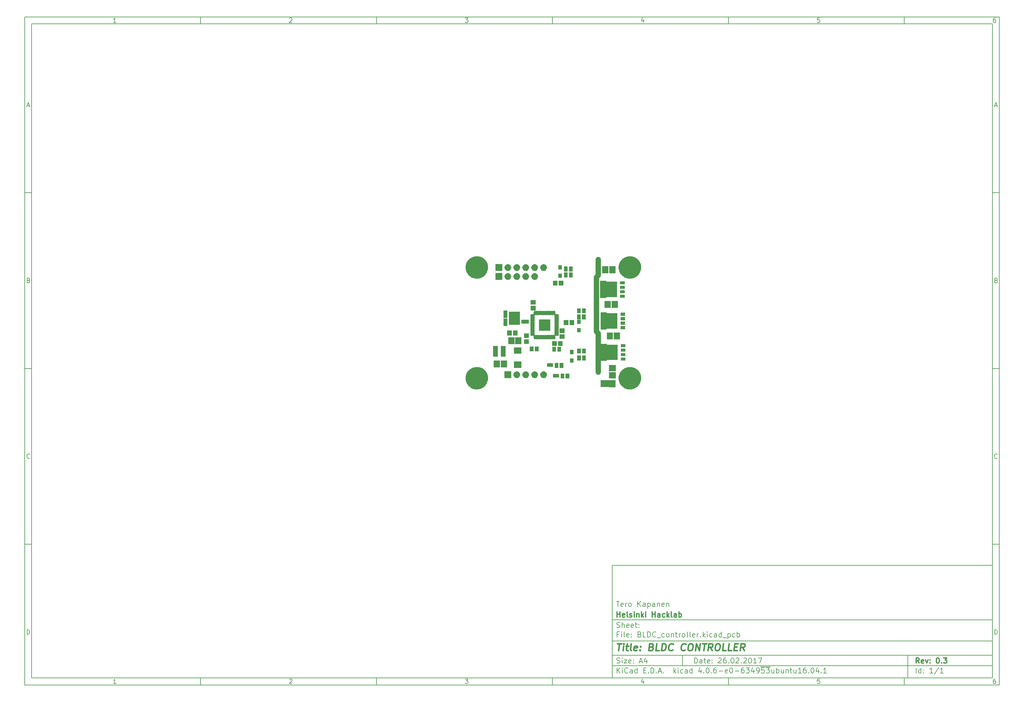
<source format=gbr>
G04 #@! TF.FileFunction,Soldermask,Top*
%FSLAX46Y46*%
G04 Gerber Fmt 4.6, Leading zero omitted, Abs format (unit mm)*
G04 Created by KiCad (PCBNEW 4.0.6-e0-6349~53~ubuntu16.04.1) date Sun Mar  5 22:35:24 2017*
%MOMM*%
%LPD*%
G01*
G04 APERTURE LIST*
%ADD10C,0.100000*%
%ADD11C,0.150000*%
%ADD12C,0.300000*%
%ADD13C,0.400000*%
%ADD14C,1.500000*%
G04 APERTURE END LIST*
D10*
D11*
X177002200Y-166007200D02*
X177002200Y-198007200D01*
X285002200Y-198007200D01*
X285002200Y-166007200D01*
X177002200Y-166007200D01*
D10*
D11*
X10000000Y-10000000D02*
X10000000Y-200007200D01*
X287002200Y-200007200D01*
X287002200Y-10000000D01*
X10000000Y-10000000D01*
D10*
D11*
X12000000Y-12000000D02*
X12000000Y-198007200D01*
X285002200Y-198007200D01*
X285002200Y-12000000D01*
X12000000Y-12000000D01*
D10*
D11*
X60000000Y-12000000D02*
X60000000Y-10000000D01*
D10*
D11*
X110000000Y-12000000D02*
X110000000Y-10000000D01*
D10*
D11*
X160000000Y-12000000D02*
X160000000Y-10000000D01*
D10*
D11*
X210000000Y-12000000D02*
X210000000Y-10000000D01*
D10*
D11*
X260000000Y-12000000D02*
X260000000Y-10000000D01*
D10*
D11*
X35990476Y-11588095D02*
X35247619Y-11588095D01*
X35619048Y-11588095D02*
X35619048Y-10288095D01*
X35495238Y-10473810D01*
X35371429Y-10597619D01*
X35247619Y-10659524D01*
D10*
D11*
X85247619Y-10411905D02*
X85309524Y-10350000D01*
X85433333Y-10288095D01*
X85742857Y-10288095D01*
X85866667Y-10350000D01*
X85928571Y-10411905D01*
X85990476Y-10535714D01*
X85990476Y-10659524D01*
X85928571Y-10845238D01*
X85185714Y-11588095D01*
X85990476Y-11588095D01*
D10*
D11*
X135185714Y-10288095D02*
X135990476Y-10288095D01*
X135557143Y-10783333D01*
X135742857Y-10783333D01*
X135866667Y-10845238D01*
X135928571Y-10907143D01*
X135990476Y-11030952D01*
X135990476Y-11340476D01*
X135928571Y-11464286D01*
X135866667Y-11526190D01*
X135742857Y-11588095D01*
X135371429Y-11588095D01*
X135247619Y-11526190D01*
X135185714Y-11464286D01*
D10*
D11*
X185866667Y-10721429D02*
X185866667Y-11588095D01*
X185557143Y-10226190D02*
X185247619Y-11154762D01*
X186052381Y-11154762D01*
D10*
D11*
X235928571Y-10288095D02*
X235309524Y-10288095D01*
X235247619Y-10907143D01*
X235309524Y-10845238D01*
X235433333Y-10783333D01*
X235742857Y-10783333D01*
X235866667Y-10845238D01*
X235928571Y-10907143D01*
X235990476Y-11030952D01*
X235990476Y-11340476D01*
X235928571Y-11464286D01*
X235866667Y-11526190D01*
X235742857Y-11588095D01*
X235433333Y-11588095D01*
X235309524Y-11526190D01*
X235247619Y-11464286D01*
D10*
D11*
X285866667Y-10288095D02*
X285619048Y-10288095D01*
X285495238Y-10350000D01*
X285433333Y-10411905D01*
X285309524Y-10597619D01*
X285247619Y-10845238D01*
X285247619Y-11340476D01*
X285309524Y-11464286D01*
X285371429Y-11526190D01*
X285495238Y-11588095D01*
X285742857Y-11588095D01*
X285866667Y-11526190D01*
X285928571Y-11464286D01*
X285990476Y-11340476D01*
X285990476Y-11030952D01*
X285928571Y-10907143D01*
X285866667Y-10845238D01*
X285742857Y-10783333D01*
X285495238Y-10783333D01*
X285371429Y-10845238D01*
X285309524Y-10907143D01*
X285247619Y-11030952D01*
D10*
D11*
X60000000Y-198007200D02*
X60000000Y-200007200D01*
D10*
D11*
X110000000Y-198007200D02*
X110000000Y-200007200D01*
D10*
D11*
X160000000Y-198007200D02*
X160000000Y-200007200D01*
D10*
D11*
X210000000Y-198007200D02*
X210000000Y-200007200D01*
D10*
D11*
X260000000Y-198007200D02*
X260000000Y-200007200D01*
D10*
D11*
X35990476Y-199595295D02*
X35247619Y-199595295D01*
X35619048Y-199595295D02*
X35619048Y-198295295D01*
X35495238Y-198481010D01*
X35371429Y-198604819D01*
X35247619Y-198666724D01*
D10*
D11*
X85247619Y-198419105D02*
X85309524Y-198357200D01*
X85433333Y-198295295D01*
X85742857Y-198295295D01*
X85866667Y-198357200D01*
X85928571Y-198419105D01*
X85990476Y-198542914D01*
X85990476Y-198666724D01*
X85928571Y-198852438D01*
X85185714Y-199595295D01*
X85990476Y-199595295D01*
D10*
D11*
X135185714Y-198295295D02*
X135990476Y-198295295D01*
X135557143Y-198790533D01*
X135742857Y-198790533D01*
X135866667Y-198852438D01*
X135928571Y-198914343D01*
X135990476Y-199038152D01*
X135990476Y-199347676D01*
X135928571Y-199471486D01*
X135866667Y-199533390D01*
X135742857Y-199595295D01*
X135371429Y-199595295D01*
X135247619Y-199533390D01*
X135185714Y-199471486D01*
D10*
D11*
X185866667Y-198728629D02*
X185866667Y-199595295D01*
X185557143Y-198233390D02*
X185247619Y-199161962D01*
X186052381Y-199161962D01*
D10*
D11*
X235928571Y-198295295D02*
X235309524Y-198295295D01*
X235247619Y-198914343D01*
X235309524Y-198852438D01*
X235433333Y-198790533D01*
X235742857Y-198790533D01*
X235866667Y-198852438D01*
X235928571Y-198914343D01*
X235990476Y-199038152D01*
X235990476Y-199347676D01*
X235928571Y-199471486D01*
X235866667Y-199533390D01*
X235742857Y-199595295D01*
X235433333Y-199595295D01*
X235309524Y-199533390D01*
X235247619Y-199471486D01*
D10*
D11*
X285866667Y-198295295D02*
X285619048Y-198295295D01*
X285495238Y-198357200D01*
X285433333Y-198419105D01*
X285309524Y-198604819D01*
X285247619Y-198852438D01*
X285247619Y-199347676D01*
X285309524Y-199471486D01*
X285371429Y-199533390D01*
X285495238Y-199595295D01*
X285742857Y-199595295D01*
X285866667Y-199533390D01*
X285928571Y-199471486D01*
X285990476Y-199347676D01*
X285990476Y-199038152D01*
X285928571Y-198914343D01*
X285866667Y-198852438D01*
X285742857Y-198790533D01*
X285495238Y-198790533D01*
X285371429Y-198852438D01*
X285309524Y-198914343D01*
X285247619Y-199038152D01*
D10*
D11*
X10000000Y-60000000D02*
X12000000Y-60000000D01*
D10*
D11*
X10000000Y-110000000D02*
X12000000Y-110000000D01*
D10*
D11*
X10000000Y-160000000D02*
X12000000Y-160000000D01*
D10*
D11*
X10690476Y-35216667D02*
X11309524Y-35216667D01*
X10566667Y-35588095D02*
X11000000Y-34288095D01*
X11433333Y-35588095D01*
D10*
D11*
X11092857Y-84907143D02*
X11278571Y-84969048D01*
X11340476Y-85030952D01*
X11402381Y-85154762D01*
X11402381Y-85340476D01*
X11340476Y-85464286D01*
X11278571Y-85526190D01*
X11154762Y-85588095D01*
X10659524Y-85588095D01*
X10659524Y-84288095D01*
X11092857Y-84288095D01*
X11216667Y-84350000D01*
X11278571Y-84411905D01*
X11340476Y-84535714D01*
X11340476Y-84659524D01*
X11278571Y-84783333D01*
X11216667Y-84845238D01*
X11092857Y-84907143D01*
X10659524Y-84907143D01*
D10*
D11*
X11402381Y-135464286D02*
X11340476Y-135526190D01*
X11154762Y-135588095D01*
X11030952Y-135588095D01*
X10845238Y-135526190D01*
X10721429Y-135402381D01*
X10659524Y-135278571D01*
X10597619Y-135030952D01*
X10597619Y-134845238D01*
X10659524Y-134597619D01*
X10721429Y-134473810D01*
X10845238Y-134350000D01*
X11030952Y-134288095D01*
X11154762Y-134288095D01*
X11340476Y-134350000D01*
X11402381Y-134411905D01*
D10*
D11*
X10659524Y-185588095D02*
X10659524Y-184288095D01*
X10969048Y-184288095D01*
X11154762Y-184350000D01*
X11278571Y-184473810D01*
X11340476Y-184597619D01*
X11402381Y-184845238D01*
X11402381Y-185030952D01*
X11340476Y-185278571D01*
X11278571Y-185402381D01*
X11154762Y-185526190D01*
X10969048Y-185588095D01*
X10659524Y-185588095D01*
D10*
D11*
X287002200Y-60000000D02*
X285002200Y-60000000D01*
D10*
D11*
X287002200Y-110000000D02*
X285002200Y-110000000D01*
D10*
D11*
X287002200Y-160000000D02*
X285002200Y-160000000D01*
D10*
D11*
X285692676Y-35216667D02*
X286311724Y-35216667D01*
X285568867Y-35588095D02*
X286002200Y-34288095D01*
X286435533Y-35588095D01*
D10*
D11*
X286095057Y-84907143D02*
X286280771Y-84969048D01*
X286342676Y-85030952D01*
X286404581Y-85154762D01*
X286404581Y-85340476D01*
X286342676Y-85464286D01*
X286280771Y-85526190D01*
X286156962Y-85588095D01*
X285661724Y-85588095D01*
X285661724Y-84288095D01*
X286095057Y-84288095D01*
X286218867Y-84350000D01*
X286280771Y-84411905D01*
X286342676Y-84535714D01*
X286342676Y-84659524D01*
X286280771Y-84783333D01*
X286218867Y-84845238D01*
X286095057Y-84907143D01*
X285661724Y-84907143D01*
D10*
D11*
X286404581Y-135464286D02*
X286342676Y-135526190D01*
X286156962Y-135588095D01*
X286033152Y-135588095D01*
X285847438Y-135526190D01*
X285723629Y-135402381D01*
X285661724Y-135278571D01*
X285599819Y-135030952D01*
X285599819Y-134845238D01*
X285661724Y-134597619D01*
X285723629Y-134473810D01*
X285847438Y-134350000D01*
X286033152Y-134288095D01*
X286156962Y-134288095D01*
X286342676Y-134350000D01*
X286404581Y-134411905D01*
D10*
D11*
X285661724Y-185588095D02*
X285661724Y-184288095D01*
X285971248Y-184288095D01*
X286156962Y-184350000D01*
X286280771Y-184473810D01*
X286342676Y-184597619D01*
X286404581Y-184845238D01*
X286404581Y-185030952D01*
X286342676Y-185278571D01*
X286280771Y-185402381D01*
X286156962Y-185526190D01*
X285971248Y-185588095D01*
X285661724Y-185588095D01*
D10*
D11*
X200359343Y-193785771D02*
X200359343Y-192285771D01*
X200716486Y-192285771D01*
X200930771Y-192357200D01*
X201073629Y-192500057D01*
X201145057Y-192642914D01*
X201216486Y-192928629D01*
X201216486Y-193142914D01*
X201145057Y-193428629D01*
X201073629Y-193571486D01*
X200930771Y-193714343D01*
X200716486Y-193785771D01*
X200359343Y-193785771D01*
X202502200Y-193785771D02*
X202502200Y-193000057D01*
X202430771Y-192857200D01*
X202287914Y-192785771D01*
X202002200Y-192785771D01*
X201859343Y-192857200D01*
X202502200Y-193714343D02*
X202359343Y-193785771D01*
X202002200Y-193785771D01*
X201859343Y-193714343D01*
X201787914Y-193571486D01*
X201787914Y-193428629D01*
X201859343Y-193285771D01*
X202002200Y-193214343D01*
X202359343Y-193214343D01*
X202502200Y-193142914D01*
X203002200Y-192785771D02*
X203573629Y-192785771D01*
X203216486Y-192285771D02*
X203216486Y-193571486D01*
X203287914Y-193714343D01*
X203430772Y-193785771D01*
X203573629Y-193785771D01*
X204645057Y-193714343D02*
X204502200Y-193785771D01*
X204216486Y-193785771D01*
X204073629Y-193714343D01*
X204002200Y-193571486D01*
X204002200Y-193000057D01*
X204073629Y-192857200D01*
X204216486Y-192785771D01*
X204502200Y-192785771D01*
X204645057Y-192857200D01*
X204716486Y-193000057D01*
X204716486Y-193142914D01*
X204002200Y-193285771D01*
X205359343Y-193642914D02*
X205430771Y-193714343D01*
X205359343Y-193785771D01*
X205287914Y-193714343D01*
X205359343Y-193642914D01*
X205359343Y-193785771D01*
X205359343Y-192857200D02*
X205430771Y-192928629D01*
X205359343Y-193000057D01*
X205287914Y-192928629D01*
X205359343Y-192857200D01*
X205359343Y-193000057D01*
X207145057Y-192428629D02*
X207216486Y-192357200D01*
X207359343Y-192285771D01*
X207716486Y-192285771D01*
X207859343Y-192357200D01*
X207930772Y-192428629D01*
X208002200Y-192571486D01*
X208002200Y-192714343D01*
X207930772Y-192928629D01*
X207073629Y-193785771D01*
X208002200Y-193785771D01*
X209287914Y-192285771D02*
X209002200Y-192285771D01*
X208859343Y-192357200D01*
X208787914Y-192428629D01*
X208645057Y-192642914D01*
X208573628Y-192928629D01*
X208573628Y-193500057D01*
X208645057Y-193642914D01*
X208716485Y-193714343D01*
X208859343Y-193785771D01*
X209145057Y-193785771D01*
X209287914Y-193714343D01*
X209359343Y-193642914D01*
X209430771Y-193500057D01*
X209430771Y-193142914D01*
X209359343Y-193000057D01*
X209287914Y-192928629D01*
X209145057Y-192857200D01*
X208859343Y-192857200D01*
X208716485Y-192928629D01*
X208645057Y-193000057D01*
X208573628Y-193142914D01*
X210073628Y-193642914D02*
X210145056Y-193714343D01*
X210073628Y-193785771D01*
X210002199Y-193714343D01*
X210073628Y-193642914D01*
X210073628Y-193785771D01*
X211073628Y-192285771D02*
X211216485Y-192285771D01*
X211359342Y-192357200D01*
X211430771Y-192428629D01*
X211502200Y-192571486D01*
X211573628Y-192857200D01*
X211573628Y-193214343D01*
X211502200Y-193500057D01*
X211430771Y-193642914D01*
X211359342Y-193714343D01*
X211216485Y-193785771D01*
X211073628Y-193785771D01*
X210930771Y-193714343D01*
X210859342Y-193642914D01*
X210787914Y-193500057D01*
X210716485Y-193214343D01*
X210716485Y-192857200D01*
X210787914Y-192571486D01*
X210859342Y-192428629D01*
X210930771Y-192357200D01*
X211073628Y-192285771D01*
X212145056Y-192428629D02*
X212216485Y-192357200D01*
X212359342Y-192285771D01*
X212716485Y-192285771D01*
X212859342Y-192357200D01*
X212930771Y-192428629D01*
X213002199Y-192571486D01*
X213002199Y-192714343D01*
X212930771Y-192928629D01*
X212073628Y-193785771D01*
X213002199Y-193785771D01*
X213645056Y-193642914D02*
X213716484Y-193714343D01*
X213645056Y-193785771D01*
X213573627Y-193714343D01*
X213645056Y-193642914D01*
X213645056Y-193785771D01*
X214287913Y-192428629D02*
X214359342Y-192357200D01*
X214502199Y-192285771D01*
X214859342Y-192285771D01*
X215002199Y-192357200D01*
X215073628Y-192428629D01*
X215145056Y-192571486D01*
X215145056Y-192714343D01*
X215073628Y-192928629D01*
X214216485Y-193785771D01*
X215145056Y-193785771D01*
X216073627Y-192285771D02*
X216216484Y-192285771D01*
X216359341Y-192357200D01*
X216430770Y-192428629D01*
X216502199Y-192571486D01*
X216573627Y-192857200D01*
X216573627Y-193214343D01*
X216502199Y-193500057D01*
X216430770Y-193642914D01*
X216359341Y-193714343D01*
X216216484Y-193785771D01*
X216073627Y-193785771D01*
X215930770Y-193714343D01*
X215859341Y-193642914D01*
X215787913Y-193500057D01*
X215716484Y-193214343D01*
X215716484Y-192857200D01*
X215787913Y-192571486D01*
X215859341Y-192428629D01*
X215930770Y-192357200D01*
X216073627Y-192285771D01*
X218002198Y-193785771D02*
X217145055Y-193785771D01*
X217573627Y-193785771D02*
X217573627Y-192285771D01*
X217430770Y-192500057D01*
X217287912Y-192642914D01*
X217145055Y-192714343D01*
X218502198Y-192285771D02*
X219502198Y-192285771D01*
X218859341Y-193785771D01*
D10*
D11*
X177002200Y-194507200D02*
X285002200Y-194507200D01*
D10*
D11*
X178359343Y-196585771D02*
X178359343Y-195085771D01*
X179216486Y-196585771D02*
X178573629Y-195728629D01*
X179216486Y-195085771D02*
X178359343Y-195942914D01*
X179859343Y-196585771D02*
X179859343Y-195585771D01*
X179859343Y-195085771D02*
X179787914Y-195157200D01*
X179859343Y-195228629D01*
X179930771Y-195157200D01*
X179859343Y-195085771D01*
X179859343Y-195228629D01*
X181430772Y-196442914D02*
X181359343Y-196514343D01*
X181145057Y-196585771D01*
X181002200Y-196585771D01*
X180787915Y-196514343D01*
X180645057Y-196371486D01*
X180573629Y-196228629D01*
X180502200Y-195942914D01*
X180502200Y-195728629D01*
X180573629Y-195442914D01*
X180645057Y-195300057D01*
X180787915Y-195157200D01*
X181002200Y-195085771D01*
X181145057Y-195085771D01*
X181359343Y-195157200D01*
X181430772Y-195228629D01*
X182716486Y-196585771D02*
X182716486Y-195800057D01*
X182645057Y-195657200D01*
X182502200Y-195585771D01*
X182216486Y-195585771D01*
X182073629Y-195657200D01*
X182716486Y-196514343D02*
X182573629Y-196585771D01*
X182216486Y-196585771D01*
X182073629Y-196514343D01*
X182002200Y-196371486D01*
X182002200Y-196228629D01*
X182073629Y-196085771D01*
X182216486Y-196014343D01*
X182573629Y-196014343D01*
X182716486Y-195942914D01*
X184073629Y-196585771D02*
X184073629Y-195085771D01*
X184073629Y-196514343D02*
X183930772Y-196585771D01*
X183645058Y-196585771D01*
X183502200Y-196514343D01*
X183430772Y-196442914D01*
X183359343Y-196300057D01*
X183359343Y-195871486D01*
X183430772Y-195728629D01*
X183502200Y-195657200D01*
X183645058Y-195585771D01*
X183930772Y-195585771D01*
X184073629Y-195657200D01*
X185930772Y-195800057D02*
X186430772Y-195800057D01*
X186645058Y-196585771D02*
X185930772Y-196585771D01*
X185930772Y-195085771D01*
X186645058Y-195085771D01*
X187287915Y-196442914D02*
X187359343Y-196514343D01*
X187287915Y-196585771D01*
X187216486Y-196514343D01*
X187287915Y-196442914D01*
X187287915Y-196585771D01*
X188002201Y-196585771D02*
X188002201Y-195085771D01*
X188359344Y-195085771D01*
X188573629Y-195157200D01*
X188716487Y-195300057D01*
X188787915Y-195442914D01*
X188859344Y-195728629D01*
X188859344Y-195942914D01*
X188787915Y-196228629D01*
X188716487Y-196371486D01*
X188573629Y-196514343D01*
X188359344Y-196585771D01*
X188002201Y-196585771D01*
X189502201Y-196442914D02*
X189573629Y-196514343D01*
X189502201Y-196585771D01*
X189430772Y-196514343D01*
X189502201Y-196442914D01*
X189502201Y-196585771D01*
X190145058Y-196157200D02*
X190859344Y-196157200D01*
X190002201Y-196585771D02*
X190502201Y-195085771D01*
X191002201Y-196585771D01*
X191502201Y-196442914D02*
X191573629Y-196514343D01*
X191502201Y-196585771D01*
X191430772Y-196514343D01*
X191502201Y-196442914D01*
X191502201Y-196585771D01*
X194502201Y-196585771D02*
X194502201Y-195085771D01*
X194645058Y-196014343D02*
X195073629Y-196585771D01*
X195073629Y-195585771D02*
X194502201Y-196157200D01*
X195716487Y-196585771D02*
X195716487Y-195585771D01*
X195716487Y-195085771D02*
X195645058Y-195157200D01*
X195716487Y-195228629D01*
X195787915Y-195157200D01*
X195716487Y-195085771D01*
X195716487Y-195228629D01*
X197073630Y-196514343D02*
X196930773Y-196585771D01*
X196645059Y-196585771D01*
X196502201Y-196514343D01*
X196430773Y-196442914D01*
X196359344Y-196300057D01*
X196359344Y-195871486D01*
X196430773Y-195728629D01*
X196502201Y-195657200D01*
X196645059Y-195585771D01*
X196930773Y-195585771D01*
X197073630Y-195657200D01*
X198359344Y-196585771D02*
X198359344Y-195800057D01*
X198287915Y-195657200D01*
X198145058Y-195585771D01*
X197859344Y-195585771D01*
X197716487Y-195657200D01*
X198359344Y-196514343D02*
X198216487Y-196585771D01*
X197859344Y-196585771D01*
X197716487Y-196514343D01*
X197645058Y-196371486D01*
X197645058Y-196228629D01*
X197716487Y-196085771D01*
X197859344Y-196014343D01*
X198216487Y-196014343D01*
X198359344Y-195942914D01*
X199716487Y-196585771D02*
X199716487Y-195085771D01*
X199716487Y-196514343D02*
X199573630Y-196585771D01*
X199287916Y-196585771D01*
X199145058Y-196514343D01*
X199073630Y-196442914D01*
X199002201Y-196300057D01*
X199002201Y-195871486D01*
X199073630Y-195728629D01*
X199145058Y-195657200D01*
X199287916Y-195585771D01*
X199573630Y-195585771D01*
X199716487Y-195657200D01*
X202216487Y-195585771D02*
X202216487Y-196585771D01*
X201859344Y-195014343D02*
X201502201Y-196085771D01*
X202430773Y-196085771D01*
X203002201Y-196442914D02*
X203073629Y-196514343D01*
X203002201Y-196585771D01*
X202930772Y-196514343D01*
X203002201Y-196442914D01*
X203002201Y-196585771D01*
X204002201Y-195085771D02*
X204145058Y-195085771D01*
X204287915Y-195157200D01*
X204359344Y-195228629D01*
X204430773Y-195371486D01*
X204502201Y-195657200D01*
X204502201Y-196014343D01*
X204430773Y-196300057D01*
X204359344Y-196442914D01*
X204287915Y-196514343D01*
X204145058Y-196585771D01*
X204002201Y-196585771D01*
X203859344Y-196514343D01*
X203787915Y-196442914D01*
X203716487Y-196300057D01*
X203645058Y-196014343D01*
X203645058Y-195657200D01*
X203716487Y-195371486D01*
X203787915Y-195228629D01*
X203859344Y-195157200D01*
X204002201Y-195085771D01*
X205145058Y-196442914D02*
X205216486Y-196514343D01*
X205145058Y-196585771D01*
X205073629Y-196514343D01*
X205145058Y-196442914D01*
X205145058Y-196585771D01*
X206502201Y-195085771D02*
X206216487Y-195085771D01*
X206073630Y-195157200D01*
X206002201Y-195228629D01*
X205859344Y-195442914D01*
X205787915Y-195728629D01*
X205787915Y-196300057D01*
X205859344Y-196442914D01*
X205930772Y-196514343D01*
X206073630Y-196585771D01*
X206359344Y-196585771D01*
X206502201Y-196514343D01*
X206573630Y-196442914D01*
X206645058Y-196300057D01*
X206645058Y-195942914D01*
X206573630Y-195800057D01*
X206502201Y-195728629D01*
X206359344Y-195657200D01*
X206073630Y-195657200D01*
X205930772Y-195728629D01*
X205859344Y-195800057D01*
X205787915Y-195942914D01*
X207287915Y-196014343D02*
X208430772Y-196014343D01*
X209716486Y-196514343D02*
X209573629Y-196585771D01*
X209287915Y-196585771D01*
X209145058Y-196514343D01*
X209073629Y-196371486D01*
X209073629Y-195800057D01*
X209145058Y-195657200D01*
X209287915Y-195585771D01*
X209573629Y-195585771D01*
X209716486Y-195657200D01*
X209787915Y-195800057D01*
X209787915Y-195942914D01*
X209073629Y-196085771D01*
X210716486Y-195085771D02*
X210859343Y-195085771D01*
X211002200Y-195157200D01*
X211073629Y-195228629D01*
X211145058Y-195371486D01*
X211216486Y-195657200D01*
X211216486Y-196014343D01*
X211145058Y-196300057D01*
X211073629Y-196442914D01*
X211002200Y-196514343D01*
X210859343Y-196585771D01*
X210716486Y-196585771D01*
X210573629Y-196514343D01*
X210502200Y-196442914D01*
X210430772Y-196300057D01*
X210359343Y-196014343D01*
X210359343Y-195657200D01*
X210430772Y-195371486D01*
X210502200Y-195228629D01*
X210573629Y-195157200D01*
X210716486Y-195085771D01*
X211859343Y-196014343D02*
X213002200Y-196014343D01*
X214359343Y-195085771D02*
X214073629Y-195085771D01*
X213930772Y-195157200D01*
X213859343Y-195228629D01*
X213716486Y-195442914D01*
X213645057Y-195728629D01*
X213645057Y-196300057D01*
X213716486Y-196442914D01*
X213787914Y-196514343D01*
X213930772Y-196585771D01*
X214216486Y-196585771D01*
X214359343Y-196514343D01*
X214430772Y-196442914D01*
X214502200Y-196300057D01*
X214502200Y-195942914D01*
X214430772Y-195800057D01*
X214359343Y-195728629D01*
X214216486Y-195657200D01*
X213930772Y-195657200D01*
X213787914Y-195728629D01*
X213716486Y-195800057D01*
X213645057Y-195942914D01*
X215002200Y-195085771D02*
X215930771Y-195085771D01*
X215430771Y-195657200D01*
X215645057Y-195657200D01*
X215787914Y-195728629D01*
X215859343Y-195800057D01*
X215930771Y-195942914D01*
X215930771Y-196300057D01*
X215859343Y-196442914D01*
X215787914Y-196514343D01*
X215645057Y-196585771D01*
X215216485Y-196585771D01*
X215073628Y-196514343D01*
X215002200Y-196442914D01*
X217216485Y-195585771D02*
X217216485Y-196585771D01*
X216859342Y-195014343D02*
X216502199Y-196085771D01*
X217430771Y-196085771D01*
X218073627Y-196585771D02*
X218359342Y-196585771D01*
X218502199Y-196514343D01*
X218573627Y-196442914D01*
X218716485Y-196228629D01*
X218787913Y-195942914D01*
X218787913Y-195371486D01*
X218716485Y-195228629D01*
X218645056Y-195157200D01*
X218502199Y-195085771D01*
X218216485Y-195085771D01*
X218073627Y-195157200D01*
X218002199Y-195228629D01*
X217930770Y-195371486D01*
X217930770Y-195728629D01*
X218002199Y-195871486D01*
X218073627Y-195942914D01*
X218216485Y-196014343D01*
X218502199Y-196014343D01*
X218645056Y-195942914D01*
X218716485Y-195871486D01*
X218787913Y-195728629D01*
X220145056Y-195085771D02*
X219430770Y-195085771D01*
X219359341Y-195800057D01*
X219430770Y-195728629D01*
X219573627Y-195657200D01*
X219930770Y-195657200D01*
X220073627Y-195728629D01*
X220145056Y-195800057D01*
X220216484Y-195942914D01*
X220216484Y-196300057D01*
X220145056Y-196442914D01*
X220073627Y-196514343D01*
X219930770Y-196585771D01*
X219573627Y-196585771D01*
X219430770Y-196514343D01*
X219359341Y-196442914D01*
X220716484Y-195085771D02*
X221645055Y-195085771D01*
X221145055Y-195657200D01*
X221359341Y-195657200D01*
X221502198Y-195728629D01*
X221573627Y-195800057D01*
X221645055Y-195942914D01*
X221645055Y-196300057D01*
X221573627Y-196442914D01*
X221502198Y-196514343D01*
X221359341Y-196585771D01*
X220930769Y-196585771D01*
X220787912Y-196514343D01*
X220716484Y-196442914D01*
X219073627Y-194827200D02*
X221930769Y-194827200D01*
X222930769Y-195585771D02*
X222930769Y-196585771D01*
X222287912Y-195585771D02*
X222287912Y-196371486D01*
X222359340Y-196514343D01*
X222502198Y-196585771D01*
X222716483Y-196585771D01*
X222859340Y-196514343D01*
X222930769Y-196442914D01*
X223645055Y-196585771D02*
X223645055Y-195085771D01*
X223645055Y-195657200D02*
X223787912Y-195585771D01*
X224073626Y-195585771D01*
X224216483Y-195657200D01*
X224287912Y-195728629D01*
X224359341Y-195871486D01*
X224359341Y-196300057D01*
X224287912Y-196442914D01*
X224216483Y-196514343D01*
X224073626Y-196585771D01*
X223787912Y-196585771D01*
X223645055Y-196514343D01*
X225645055Y-195585771D02*
X225645055Y-196585771D01*
X225002198Y-195585771D02*
X225002198Y-196371486D01*
X225073626Y-196514343D01*
X225216484Y-196585771D01*
X225430769Y-196585771D01*
X225573626Y-196514343D01*
X225645055Y-196442914D01*
X226359341Y-195585771D02*
X226359341Y-196585771D01*
X226359341Y-195728629D02*
X226430769Y-195657200D01*
X226573627Y-195585771D01*
X226787912Y-195585771D01*
X226930769Y-195657200D01*
X227002198Y-195800057D01*
X227002198Y-196585771D01*
X227502198Y-195585771D02*
X228073627Y-195585771D01*
X227716484Y-195085771D02*
X227716484Y-196371486D01*
X227787912Y-196514343D01*
X227930770Y-196585771D01*
X228073627Y-196585771D01*
X229216484Y-195585771D02*
X229216484Y-196585771D01*
X228573627Y-195585771D02*
X228573627Y-196371486D01*
X228645055Y-196514343D01*
X228787913Y-196585771D01*
X229002198Y-196585771D01*
X229145055Y-196514343D01*
X229216484Y-196442914D01*
X230716484Y-196585771D02*
X229859341Y-196585771D01*
X230287913Y-196585771D02*
X230287913Y-195085771D01*
X230145056Y-195300057D01*
X230002198Y-195442914D01*
X229859341Y-195514343D01*
X232002198Y-195085771D02*
X231716484Y-195085771D01*
X231573627Y-195157200D01*
X231502198Y-195228629D01*
X231359341Y-195442914D01*
X231287912Y-195728629D01*
X231287912Y-196300057D01*
X231359341Y-196442914D01*
X231430769Y-196514343D01*
X231573627Y-196585771D01*
X231859341Y-196585771D01*
X232002198Y-196514343D01*
X232073627Y-196442914D01*
X232145055Y-196300057D01*
X232145055Y-195942914D01*
X232073627Y-195800057D01*
X232002198Y-195728629D01*
X231859341Y-195657200D01*
X231573627Y-195657200D01*
X231430769Y-195728629D01*
X231359341Y-195800057D01*
X231287912Y-195942914D01*
X232787912Y-196442914D02*
X232859340Y-196514343D01*
X232787912Y-196585771D01*
X232716483Y-196514343D01*
X232787912Y-196442914D01*
X232787912Y-196585771D01*
X233787912Y-195085771D02*
X233930769Y-195085771D01*
X234073626Y-195157200D01*
X234145055Y-195228629D01*
X234216484Y-195371486D01*
X234287912Y-195657200D01*
X234287912Y-196014343D01*
X234216484Y-196300057D01*
X234145055Y-196442914D01*
X234073626Y-196514343D01*
X233930769Y-196585771D01*
X233787912Y-196585771D01*
X233645055Y-196514343D01*
X233573626Y-196442914D01*
X233502198Y-196300057D01*
X233430769Y-196014343D01*
X233430769Y-195657200D01*
X233502198Y-195371486D01*
X233573626Y-195228629D01*
X233645055Y-195157200D01*
X233787912Y-195085771D01*
X235573626Y-195585771D02*
X235573626Y-196585771D01*
X235216483Y-195014343D02*
X234859340Y-196085771D01*
X235787912Y-196085771D01*
X236359340Y-196442914D02*
X236430768Y-196514343D01*
X236359340Y-196585771D01*
X236287911Y-196514343D01*
X236359340Y-196442914D01*
X236359340Y-196585771D01*
X237859340Y-196585771D02*
X237002197Y-196585771D01*
X237430769Y-196585771D02*
X237430769Y-195085771D01*
X237287912Y-195300057D01*
X237145054Y-195442914D01*
X237002197Y-195514343D01*
D10*
D11*
X177002200Y-191507200D02*
X285002200Y-191507200D01*
D10*
D12*
X264216486Y-193785771D02*
X263716486Y-193071486D01*
X263359343Y-193785771D02*
X263359343Y-192285771D01*
X263930771Y-192285771D01*
X264073629Y-192357200D01*
X264145057Y-192428629D01*
X264216486Y-192571486D01*
X264216486Y-192785771D01*
X264145057Y-192928629D01*
X264073629Y-193000057D01*
X263930771Y-193071486D01*
X263359343Y-193071486D01*
X265430771Y-193714343D02*
X265287914Y-193785771D01*
X265002200Y-193785771D01*
X264859343Y-193714343D01*
X264787914Y-193571486D01*
X264787914Y-193000057D01*
X264859343Y-192857200D01*
X265002200Y-192785771D01*
X265287914Y-192785771D01*
X265430771Y-192857200D01*
X265502200Y-193000057D01*
X265502200Y-193142914D01*
X264787914Y-193285771D01*
X266002200Y-192785771D02*
X266359343Y-193785771D01*
X266716485Y-192785771D01*
X267287914Y-193642914D02*
X267359342Y-193714343D01*
X267287914Y-193785771D01*
X267216485Y-193714343D01*
X267287914Y-193642914D01*
X267287914Y-193785771D01*
X267287914Y-192857200D02*
X267359342Y-192928629D01*
X267287914Y-193000057D01*
X267216485Y-192928629D01*
X267287914Y-192857200D01*
X267287914Y-193000057D01*
X269430771Y-192285771D02*
X269573628Y-192285771D01*
X269716485Y-192357200D01*
X269787914Y-192428629D01*
X269859343Y-192571486D01*
X269930771Y-192857200D01*
X269930771Y-193214343D01*
X269859343Y-193500057D01*
X269787914Y-193642914D01*
X269716485Y-193714343D01*
X269573628Y-193785771D01*
X269430771Y-193785771D01*
X269287914Y-193714343D01*
X269216485Y-193642914D01*
X269145057Y-193500057D01*
X269073628Y-193214343D01*
X269073628Y-192857200D01*
X269145057Y-192571486D01*
X269216485Y-192428629D01*
X269287914Y-192357200D01*
X269430771Y-192285771D01*
X270573628Y-193642914D02*
X270645056Y-193714343D01*
X270573628Y-193785771D01*
X270502199Y-193714343D01*
X270573628Y-193642914D01*
X270573628Y-193785771D01*
X271145057Y-192285771D02*
X272073628Y-192285771D01*
X271573628Y-192857200D01*
X271787914Y-192857200D01*
X271930771Y-192928629D01*
X272002200Y-193000057D01*
X272073628Y-193142914D01*
X272073628Y-193500057D01*
X272002200Y-193642914D01*
X271930771Y-193714343D01*
X271787914Y-193785771D01*
X271359342Y-193785771D01*
X271216485Y-193714343D01*
X271145057Y-193642914D01*
D10*
D11*
X178287914Y-193714343D02*
X178502200Y-193785771D01*
X178859343Y-193785771D01*
X179002200Y-193714343D01*
X179073629Y-193642914D01*
X179145057Y-193500057D01*
X179145057Y-193357200D01*
X179073629Y-193214343D01*
X179002200Y-193142914D01*
X178859343Y-193071486D01*
X178573629Y-193000057D01*
X178430771Y-192928629D01*
X178359343Y-192857200D01*
X178287914Y-192714343D01*
X178287914Y-192571486D01*
X178359343Y-192428629D01*
X178430771Y-192357200D01*
X178573629Y-192285771D01*
X178930771Y-192285771D01*
X179145057Y-192357200D01*
X179787914Y-193785771D02*
X179787914Y-192785771D01*
X179787914Y-192285771D02*
X179716485Y-192357200D01*
X179787914Y-192428629D01*
X179859342Y-192357200D01*
X179787914Y-192285771D01*
X179787914Y-192428629D01*
X180359343Y-192785771D02*
X181145057Y-192785771D01*
X180359343Y-193785771D01*
X181145057Y-193785771D01*
X182287914Y-193714343D02*
X182145057Y-193785771D01*
X181859343Y-193785771D01*
X181716486Y-193714343D01*
X181645057Y-193571486D01*
X181645057Y-193000057D01*
X181716486Y-192857200D01*
X181859343Y-192785771D01*
X182145057Y-192785771D01*
X182287914Y-192857200D01*
X182359343Y-193000057D01*
X182359343Y-193142914D01*
X181645057Y-193285771D01*
X183002200Y-193642914D02*
X183073628Y-193714343D01*
X183002200Y-193785771D01*
X182930771Y-193714343D01*
X183002200Y-193642914D01*
X183002200Y-193785771D01*
X183002200Y-192857200D02*
X183073628Y-192928629D01*
X183002200Y-193000057D01*
X182930771Y-192928629D01*
X183002200Y-192857200D01*
X183002200Y-193000057D01*
X184787914Y-193357200D02*
X185502200Y-193357200D01*
X184645057Y-193785771D02*
X185145057Y-192285771D01*
X185645057Y-193785771D01*
X186787914Y-192785771D02*
X186787914Y-193785771D01*
X186430771Y-192214343D02*
X186073628Y-193285771D01*
X187002200Y-193285771D01*
D10*
D11*
X263359343Y-196585771D02*
X263359343Y-195085771D01*
X264716486Y-196585771D02*
X264716486Y-195085771D01*
X264716486Y-196514343D02*
X264573629Y-196585771D01*
X264287915Y-196585771D01*
X264145057Y-196514343D01*
X264073629Y-196442914D01*
X264002200Y-196300057D01*
X264002200Y-195871486D01*
X264073629Y-195728629D01*
X264145057Y-195657200D01*
X264287915Y-195585771D01*
X264573629Y-195585771D01*
X264716486Y-195657200D01*
X265430772Y-196442914D02*
X265502200Y-196514343D01*
X265430772Y-196585771D01*
X265359343Y-196514343D01*
X265430772Y-196442914D01*
X265430772Y-196585771D01*
X265430772Y-195657200D02*
X265502200Y-195728629D01*
X265430772Y-195800057D01*
X265359343Y-195728629D01*
X265430772Y-195657200D01*
X265430772Y-195800057D01*
X268073629Y-196585771D02*
X267216486Y-196585771D01*
X267645058Y-196585771D02*
X267645058Y-195085771D01*
X267502201Y-195300057D01*
X267359343Y-195442914D01*
X267216486Y-195514343D01*
X269787914Y-195014343D02*
X268502200Y-196942914D01*
X271073629Y-196585771D02*
X270216486Y-196585771D01*
X270645058Y-196585771D02*
X270645058Y-195085771D01*
X270502201Y-195300057D01*
X270359343Y-195442914D01*
X270216486Y-195514343D01*
D10*
D11*
X177002200Y-187507200D02*
X285002200Y-187507200D01*
D10*
D13*
X178454581Y-188211962D02*
X179597438Y-188211962D01*
X178776010Y-190211962D02*
X179026010Y-188211962D01*
X180014105Y-190211962D02*
X180180771Y-188878629D01*
X180264105Y-188211962D02*
X180156962Y-188307200D01*
X180240295Y-188402438D01*
X180347439Y-188307200D01*
X180264105Y-188211962D01*
X180240295Y-188402438D01*
X180847438Y-188878629D02*
X181609343Y-188878629D01*
X181216486Y-188211962D02*
X181002200Y-189926248D01*
X181073630Y-190116724D01*
X181252201Y-190211962D01*
X181442677Y-190211962D01*
X182395058Y-190211962D02*
X182216487Y-190116724D01*
X182145057Y-189926248D01*
X182359343Y-188211962D01*
X183930772Y-190116724D02*
X183728391Y-190211962D01*
X183347439Y-190211962D01*
X183168867Y-190116724D01*
X183097438Y-189926248D01*
X183192676Y-189164343D01*
X183311724Y-188973867D01*
X183514105Y-188878629D01*
X183895057Y-188878629D01*
X184073629Y-188973867D01*
X184145057Y-189164343D01*
X184121248Y-189354819D01*
X183145057Y-189545295D01*
X184895057Y-190021486D02*
X184978392Y-190116724D01*
X184871248Y-190211962D01*
X184787915Y-190116724D01*
X184895057Y-190021486D01*
X184871248Y-190211962D01*
X185026010Y-188973867D02*
X185109344Y-189069105D01*
X185002200Y-189164343D01*
X184918867Y-189069105D01*
X185026010Y-188973867D01*
X185002200Y-189164343D01*
X188145058Y-189164343D02*
X188418867Y-189259581D01*
X188502202Y-189354819D01*
X188573630Y-189545295D01*
X188537916Y-189831010D01*
X188418868Y-190021486D01*
X188311725Y-190116724D01*
X188109344Y-190211962D01*
X187347439Y-190211962D01*
X187597439Y-188211962D01*
X188264106Y-188211962D01*
X188442677Y-188307200D01*
X188526010Y-188402438D01*
X188597440Y-188592914D01*
X188573630Y-188783390D01*
X188454582Y-188973867D01*
X188347439Y-189069105D01*
X188145058Y-189164343D01*
X187478391Y-189164343D01*
X190299820Y-190211962D02*
X189347439Y-190211962D01*
X189597439Y-188211962D01*
X190966487Y-190211962D02*
X191216487Y-188211962D01*
X191692678Y-188211962D01*
X191966487Y-188307200D01*
X192133154Y-188497676D01*
X192204583Y-188688152D01*
X192252202Y-189069105D01*
X192216488Y-189354819D01*
X192073631Y-189735771D01*
X191954582Y-189926248D01*
X191740297Y-190116724D01*
X191442678Y-190211962D01*
X190966487Y-190211962D01*
X194133154Y-190021486D02*
X194026012Y-190116724D01*
X193728392Y-190211962D01*
X193537916Y-190211962D01*
X193264107Y-190116724D01*
X193097440Y-189926248D01*
X193026011Y-189735771D01*
X192978392Y-189354819D01*
X193014106Y-189069105D01*
X193156963Y-188688152D01*
X193276012Y-188497676D01*
X193490297Y-188307200D01*
X193787916Y-188211962D01*
X193978392Y-188211962D01*
X194252202Y-188307200D01*
X194335535Y-188402438D01*
X197656964Y-190021486D02*
X197549822Y-190116724D01*
X197252202Y-190211962D01*
X197061726Y-190211962D01*
X196787917Y-190116724D01*
X196621250Y-189926248D01*
X196549821Y-189735771D01*
X196502202Y-189354819D01*
X196537916Y-189069105D01*
X196680773Y-188688152D01*
X196799822Y-188497676D01*
X197014107Y-188307200D01*
X197311726Y-188211962D01*
X197502202Y-188211962D01*
X197776012Y-188307200D01*
X197859345Y-188402438D01*
X199121250Y-188211962D02*
X199502202Y-188211962D01*
X199680773Y-188307200D01*
X199847441Y-188497676D01*
X199895059Y-188878629D01*
X199811726Y-189545295D01*
X199668869Y-189926248D01*
X199454583Y-190116724D01*
X199252202Y-190211962D01*
X198871250Y-190211962D01*
X198692679Y-190116724D01*
X198526011Y-189926248D01*
X198478392Y-189545295D01*
X198561725Y-188878629D01*
X198704583Y-188497676D01*
X198918869Y-188307200D01*
X199121250Y-188211962D01*
X200585535Y-190211962D02*
X200835535Y-188211962D01*
X201728393Y-190211962D01*
X201978393Y-188211962D01*
X202645059Y-188211962D02*
X203787916Y-188211962D01*
X202966488Y-190211962D02*
X203216488Y-188211962D01*
X205347441Y-190211962D02*
X204799821Y-189259581D01*
X204204583Y-190211962D02*
X204454583Y-188211962D01*
X205216488Y-188211962D01*
X205395059Y-188307200D01*
X205478393Y-188402438D01*
X205549822Y-188592914D01*
X205514107Y-188878629D01*
X205395060Y-189069105D01*
X205287916Y-189164343D01*
X205085535Y-189259581D01*
X204323630Y-189259581D01*
X206835536Y-188211962D02*
X207216488Y-188211962D01*
X207395059Y-188307200D01*
X207561727Y-188497676D01*
X207609345Y-188878629D01*
X207526012Y-189545295D01*
X207383155Y-189926248D01*
X207168869Y-190116724D01*
X206966488Y-190211962D01*
X206585536Y-190211962D01*
X206406965Y-190116724D01*
X206240297Y-189926248D01*
X206192678Y-189545295D01*
X206276011Y-188878629D01*
X206418869Y-188497676D01*
X206633155Y-188307200D01*
X206835536Y-188211962D01*
X209252202Y-190211962D02*
X208299821Y-190211962D01*
X208549821Y-188211962D01*
X210871250Y-190211962D02*
X209918869Y-190211962D01*
X210168869Y-188211962D01*
X211668869Y-189164343D02*
X212335536Y-189164343D01*
X212490298Y-190211962D02*
X211537917Y-190211962D01*
X211787917Y-188211962D01*
X212740298Y-188211962D01*
X214490299Y-190211962D02*
X213942679Y-189259581D01*
X213347441Y-190211962D02*
X213597441Y-188211962D01*
X214359346Y-188211962D01*
X214537917Y-188307200D01*
X214621251Y-188402438D01*
X214692680Y-188592914D01*
X214656965Y-188878629D01*
X214537918Y-189069105D01*
X214430774Y-189164343D01*
X214228393Y-189259581D01*
X213466488Y-189259581D01*
D10*
D11*
X178859343Y-185600057D02*
X178359343Y-185600057D01*
X178359343Y-186385771D02*
X178359343Y-184885771D01*
X179073629Y-184885771D01*
X179645057Y-186385771D02*
X179645057Y-185385771D01*
X179645057Y-184885771D02*
X179573628Y-184957200D01*
X179645057Y-185028629D01*
X179716485Y-184957200D01*
X179645057Y-184885771D01*
X179645057Y-185028629D01*
X180573629Y-186385771D02*
X180430771Y-186314343D01*
X180359343Y-186171486D01*
X180359343Y-184885771D01*
X181716485Y-186314343D02*
X181573628Y-186385771D01*
X181287914Y-186385771D01*
X181145057Y-186314343D01*
X181073628Y-186171486D01*
X181073628Y-185600057D01*
X181145057Y-185457200D01*
X181287914Y-185385771D01*
X181573628Y-185385771D01*
X181716485Y-185457200D01*
X181787914Y-185600057D01*
X181787914Y-185742914D01*
X181073628Y-185885771D01*
X182430771Y-186242914D02*
X182502199Y-186314343D01*
X182430771Y-186385771D01*
X182359342Y-186314343D01*
X182430771Y-186242914D01*
X182430771Y-186385771D01*
X182430771Y-185457200D02*
X182502199Y-185528629D01*
X182430771Y-185600057D01*
X182359342Y-185528629D01*
X182430771Y-185457200D01*
X182430771Y-185600057D01*
X184787914Y-185600057D02*
X185002200Y-185671486D01*
X185073628Y-185742914D01*
X185145057Y-185885771D01*
X185145057Y-186100057D01*
X185073628Y-186242914D01*
X185002200Y-186314343D01*
X184859342Y-186385771D01*
X184287914Y-186385771D01*
X184287914Y-184885771D01*
X184787914Y-184885771D01*
X184930771Y-184957200D01*
X185002200Y-185028629D01*
X185073628Y-185171486D01*
X185073628Y-185314343D01*
X185002200Y-185457200D01*
X184930771Y-185528629D01*
X184787914Y-185600057D01*
X184287914Y-185600057D01*
X186502200Y-186385771D02*
X185787914Y-186385771D01*
X185787914Y-184885771D01*
X187002200Y-186385771D02*
X187002200Y-184885771D01*
X187359343Y-184885771D01*
X187573628Y-184957200D01*
X187716486Y-185100057D01*
X187787914Y-185242914D01*
X187859343Y-185528629D01*
X187859343Y-185742914D01*
X187787914Y-186028629D01*
X187716486Y-186171486D01*
X187573628Y-186314343D01*
X187359343Y-186385771D01*
X187002200Y-186385771D01*
X189359343Y-186242914D02*
X189287914Y-186314343D01*
X189073628Y-186385771D01*
X188930771Y-186385771D01*
X188716486Y-186314343D01*
X188573628Y-186171486D01*
X188502200Y-186028629D01*
X188430771Y-185742914D01*
X188430771Y-185528629D01*
X188502200Y-185242914D01*
X188573628Y-185100057D01*
X188716486Y-184957200D01*
X188930771Y-184885771D01*
X189073628Y-184885771D01*
X189287914Y-184957200D01*
X189359343Y-185028629D01*
X189645057Y-186528629D02*
X190787914Y-186528629D01*
X191787914Y-186314343D02*
X191645057Y-186385771D01*
X191359343Y-186385771D01*
X191216485Y-186314343D01*
X191145057Y-186242914D01*
X191073628Y-186100057D01*
X191073628Y-185671486D01*
X191145057Y-185528629D01*
X191216485Y-185457200D01*
X191359343Y-185385771D01*
X191645057Y-185385771D01*
X191787914Y-185457200D01*
X192645057Y-186385771D02*
X192502199Y-186314343D01*
X192430771Y-186242914D01*
X192359342Y-186100057D01*
X192359342Y-185671486D01*
X192430771Y-185528629D01*
X192502199Y-185457200D01*
X192645057Y-185385771D01*
X192859342Y-185385771D01*
X193002199Y-185457200D01*
X193073628Y-185528629D01*
X193145057Y-185671486D01*
X193145057Y-186100057D01*
X193073628Y-186242914D01*
X193002199Y-186314343D01*
X192859342Y-186385771D01*
X192645057Y-186385771D01*
X193787914Y-185385771D02*
X193787914Y-186385771D01*
X193787914Y-185528629D02*
X193859342Y-185457200D01*
X194002200Y-185385771D01*
X194216485Y-185385771D01*
X194359342Y-185457200D01*
X194430771Y-185600057D01*
X194430771Y-186385771D01*
X194930771Y-185385771D02*
X195502200Y-185385771D01*
X195145057Y-184885771D02*
X195145057Y-186171486D01*
X195216485Y-186314343D01*
X195359343Y-186385771D01*
X195502200Y-186385771D01*
X196002200Y-186385771D02*
X196002200Y-185385771D01*
X196002200Y-185671486D02*
X196073628Y-185528629D01*
X196145057Y-185457200D01*
X196287914Y-185385771D01*
X196430771Y-185385771D01*
X197145057Y-186385771D02*
X197002199Y-186314343D01*
X196930771Y-186242914D01*
X196859342Y-186100057D01*
X196859342Y-185671486D01*
X196930771Y-185528629D01*
X197002199Y-185457200D01*
X197145057Y-185385771D01*
X197359342Y-185385771D01*
X197502199Y-185457200D01*
X197573628Y-185528629D01*
X197645057Y-185671486D01*
X197645057Y-186100057D01*
X197573628Y-186242914D01*
X197502199Y-186314343D01*
X197359342Y-186385771D01*
X197145057Y-186385771D01*
X198502200Y-186385771D02*
X198359342Y-186314343D01*
X198287914Y-186171486D01*
X198287914Y-184885771D01*
X199287914Y-186385771D02*
X199145056Y-186314343D01*
X199073628Y-186171486D01*
X199073628Y-184885771D01*
X200430770Y-186314343D02*
X200287913Y-186385771D01*
X200002199Y-186385771D01*
X199859342Y-186314343D01*
X199787913Y-186171486D01*
X199787913Y-185600057D01*
X199859342Y-185457200D01*
X200002199Y-185385771D01*
X200287913Y-185385771D01*
X200430770Y-185457200D01*
X200502199Y-185600057D01*
X200502199Y-185742914D01*
X199787913Y-185885771D01*
X201145056Y-186385771D02*
X201145056Y-185385771D01*
X201145056Y-185671486D02*
X201216484Y-185528629D01*
X201287913Y-185457200D01*
X201430770Y-185385771D01*
X201573627Y-185385771D01*
X202073627Y-186242914D02*
X202145055Y-186314343D01*
X202073627Y-186385771D01*
X202002198Y-186314343D01*
X202073627Y-186242914D01*
X202073627Y-186385771D01*
X202787913Y-186385771D02*
X202787913Y-184885771D01*
X202930770Y-185814343D02*
X203359341Y-186385771D01*
X203359341Y-185385771D02*
X202787913Y-185957200D01*
X204002199Y-186385771D02*
X204002199Y-185385771D01*
X204002199Y-184885771D02*
X203930770Y-184957200D01*
X204002199Y-185028629D01*
X204073627Y-184957200D01*
X204002199Y-184885771D01*
X204002199Y-185028629D01*
X205359342Y-186314343D02*
X205216485Y-186385771D01*
X204930771Y-186385771D01*
X204787913Y-186314343D01*
X204716485Y-186242914D01*
X204645056Y-186100057D01*
X204645056Y-185671486D01*
X204716485Y-185528629D01*
X204787913Y-185457200D01*
X204930771Y-185385771D01*
X205216485Y-185385771D01*
X205359342Y-185457200D01*
X206645056Y-186385771D02*
X206645056Y-185600057D01*
X206573627Y-185457200D01*
X206430770Y-185385771D01*
X206145056Y-185385771D01*
X206002199Y-185457200D01*
X206645056Y-186314343D02*
X206502199Y-186385771D01*
X206145056Y-186385771D01*
X206002199Y-186314343D01*
X205930770Y-186171486D01*
X205930770Y-186028629D01*
X206002199Y-185885771D01*
X206145056Y-185814343D01*
X206502199Y-185814343D01*
X206645056Y-185742914D01*
X208002199Y-186385771D02*
X208002199Y-184885771D01*
X208002199Y-186314343D02*
X207859342Y-186385771D01*
X207573628Y-186385771D01*
X207430770Y-186314343D01*
X207359342Y-186242914D01*
X207287913Y-186100057D01*
X207287913Y-185671486D01*
X207359342Y-185528629D01*
X207430770Y-185457200D01*
X207573628Y-185385771D01*
X207859342Y-185385771D01*
X208002199Y-185457200D01*
X208359342Y-186528629D02*
X209502199Y-186528629D01*
X209859342Y-185385771D02*
X209859342Y-186885771D01*
X209859342Y-185457200D02*
X210002199Y-185385771D01*
X210287913Y-185385771D01*
X210430770Y-185457200D01*
X210502199Y-185528629D01*
X210573628Y-185671486D01*
X210573628Y-186100057D01*
X210502199Y-186242914D01*
X210430770Y-186314343D01*
X210287913Y-186385771D01*
X210002199Y-186385771D01*
X209859342Y-186314343D01*
X211859342Y-186314343D02*
X211716485Y-186385771D01*
X211430771Y-186385771D01*
X211287913Y-186314343D01*
X211216485Y-186242914D01*
X211145056Y-186100057D01*
X211145056Y-185671486D01*
X211216485Y-185528629D01*
X211287913Y-185457200D01*
X211430771Y-185385771D01*
X211716485Y-185385771D01*
X211859342Y-185457200D01*
X212502199Y-186385771D02*
X212502199Y-184885771D01*
X212502199Y-185457200D02*
X212645056Y-185385771D01*
X212930770Y-185385771D01*
X213073627Y-185457200D01*
X213145056Y-185528629D01*
X213216485Y-185671486D01*
X213216485Y-186100057D01*
X213145056Y-186242914D01*
X213073627Y-186314343D01*
X212930770Y-186385771D01*
X212645056Y-186385771D01*
X212502199Y-186314343D01*
D10*
D11*
X177002200Y-181507200D02*
X285002200Y-181507200D01*
D10*
D11*
X178287914Y-183614343D02*
X178502200Y-183685771D01*
X178859343Y-183685771D01*
X179002200Y-183614343D01*
X179073629Y-183542914D01*
X179145057Y-183400057D01*
X179145057Y-183257200D01*
X179073629Y-183114343D01*
X179002200Y-183042914D01*
X178859343Y-182971486D01*
X178573629Y-182900057D01*
X178430771Y-182828629D01*
X178359343Y-182757200D01*
X178287914Y-182614343D01*
X178287914Y-182471486D01*
X178359343Y-182328629D01*
X178430771Y-182257200D01*
X178573629Y-182185771D01*
X178930771Y-182185771D01*
X179145057Y-182257200D01*
X179787914Y-183685771D02*
X179787914Y-182185771D01*
X180430771Y-183685771D02*
X180430771Y-182900057D01*
X180359342Y-182757200D01*
X180216485Y-182685771D01*
X180002200Y-182685771D01*
X179859342Y-182757200D01*
X179787914Y-182828629D01*
X181716485Y-183614343D02*
X181573628Y-183685771D01*
X181287914Y-183685771D01*
X181145057Y-183614343D01*
X181073628Y-183471486D01*
X181073628Y-182900057D01*
X181145057Y-182757200D01*
X181287914Y-182685771D01*
X181573628Y-182685771D01*
X181716485Y-182757200D01*
X181787914Y-182900057D01*
X181787914Y-183042914D01*
X181073628Y-183185771D01*
X183002199Y-183614343D02*
X182859342Y-183685771D01*
X182573628Y-183685771D01*
X182430771Y-183614343D01*
X182359342Y-183471486D01*
X182359342Y-182900057D01*
X182430771Y-182757200D01*
X182573628Y-182685771D01*
X182859342Y-182685771D01*
X183002199Y-182757200D01*
X183073628Y-182900057D01*
X183073628Y-183042914D01*
X182359342Y-183185771D01*
X183502199Y-182685771D02*
X184073628Y-182685771D01*
X183716485Y-182185771D02*
X183716485Y-183471486D01*
X183787913Y-183614343D01*
X183930771Y-183685771D01*
X184073628Y-183685771D01*
X184573628Y-183542914D02*
X184645056Y-183614343D01*
X184573628Y-183685771D01*
X184502199Y-183614343D01*
X184573628Y-183542914D01*
X184573628Y-183685771D01*
X184573628Y-182757200D02*
X184645056Y-182828629D01*
X184573628Y-182900057D01*
X184502199Y-182828629D01*
X184573628Y-182757200D01*
X184573628Y-182900057D01*
D10*
D12*
X178359343Y-180685771D02*
X178359343Y-179185771D01*
X178359343Y-179900057D02*
X179216486Y-179900057D01*
X179216486Y-180685771D02*
X179216486Y-179185771D01*
X180502200Y-180614343D02*
X180359343Y-180685771D01*
X180073629Y-180685771D01*
X179930772Y-180614343D01*
X179859343Y-180471486D01*
X179859343Y-179900057D01*
X179930772Y-179757200D01*
X180073629Y-179685771D01*
X180359343Y-179685771D01*
X180502200Y-179757200D01*
X180573629Y-179900057D01*
X180573629Y-180042914D01*
X179859343Y-180185771D01*
X181430772Y-180685771D02*
X181287914Y-180614343D01*
X181216486Y-180471486D01*
X181216486Y-179185771D01*
X181930771Y-180614343D02*
X182073628Y-180685771D01*
X182359343Y-180685771D01*
X182502200Y-180614343D01*
X182573628Y-180471486D01*
X182573628Y-180400057D01*
X182502200Y-180257200D01*
X182359343Y-180185771D01*
X182145057Y-180185771D01*
X182002200Y-180114343D01*
X181930771Y-179971486D01*
X181930771Y-179900057D01*
X182002200Y-179757200D01*
X182145057Y-179685771D01*
X182359343Y-179685771D01*
X182502200Y-179757200D01*
X183216486Y-180685771D02*
X183216486Y-179685771D01*
X183216486Y-179185771D02*
X183145057Y-179257200D01*
X183216486Y-179328629D01*
X183287914Y-179257200D01*
X183216486Y-179185771D01*
X183216486Y-179328629D01*
X183930772Y-179685771D02*
X183930772Y-180685771D01*
X183930772Y-179828629D02*
X184002200Y-179757200D01*
X184145058Y-179685771D01*
X184359343Y-179685771D01*
X184502200Y-179757200D01*
X184573629Y-179900057D01*
X184573629Y-180685771D01*
X185287915Y-180685771D02*
X185287915Y-179185771D01*
X185430772Y-180114343D02*
X185859343Y-180685771D01*
X185859343Y-179685771D02*
X185287915Y-180257200D01*
X186502201Y-180685771D02*
X186502201Y-179685771D01*
X186502201Y-179185771D02*
X186430772Y-179257200D01*
X186502201Y-179328629D01*
X186573629Y-179257200D01*
X186502201Y-179185771D01*
X186502201Y-179328629D01*
X188359344Y-180685771D02*
X188359344Y-179185771D01*
X188359344Y-179900057D02*
X189216487Y-179900057D01*
X189216487Y-180685771D02*
X189216487Y-179185771D01*
X190573630Y-180685771D02*
X190573630Y-179900057D01*
X190502201Y-179757200D01*
X190359344Y-179685771D01*
X190073630Y-179685771D01*
X189930773Y-179757200D01*
X190573630Y-180614343D02*
X190430773Y-180685771D01*
X190073630Y-180685771D01*
X189930773Y-180614343D01*
X189859344Y-180471486D01*
X189859344Y-180328629D01*
X189930773Y-180185771D01*
X190073630Y-180114343D01*
X190430773Y-180114343D01*
X190573630Y-180042914D01*
X191930773Y-180614343D02*
X191787916Y-180685771D01*
X191502202Y-180685771D01*
X191359344Y-180614343D01*
X191287916Y-180542914D01*
X191216487Y-180400057D01*
X191216487Y-179971486D01*
X191287916Y-179828629D01*
X191359344Y-179757200D01*
X191502202Y-179685771D01*
X191787916Y-179685771D01*
X191930773Y-179757200D01*
X192573630Y-180685771D02*
X192573630Y-179185771D01*
X192716487Y-180114343D02*
X193145058Y-180685771D01*
X193145058Y-179685771D02*
X192573630Y-180257200D01*
X194002202Y-180685771D02*
X193859344Y-180614343D01*
X193787916Y-180471486D01*
X193787916Y-179185771D01*
X195216487Y-180685771D02*
X195216487Y-179900057D01*
X195145058Y-179757200D01*
X195002201Y-179685771D01*
X194716487Y-179685771D01*
X194573630Y-179757200D01*
X195216487Y-180614343D02*
X195073630Y-180685771D01*
X194716487Y-180685771D01*
X194573630Y-180614343D01*
X194502201Y-180471486D01*
X194502201Y-180328629D01*
X194573630Y-180185771D01*
X194716487Y-180114343D01*
X195073630Y-180114343D01*
X195216487Y-180042914D01*
X195930773Y-180685771D02*
X195930773Y-179185771D01*
X195930773Y-179757200D02*
X196073630Y-179685771D01*
X196359344Y-179685771D01*
X196502201Y-179757200D01*
X196573630Y-179828629D01*
X196645059Y-179971486D01*
X196645059Y-180400057D01*
X196573630Y-180542914D01*
X196502201Y-180614343D01*
X196359344Y-180685771D01*
X196073630Y-180685771D01*
X195930773Y-180614343D01*
D10*
D11*
X178145057Y-176185771D02*
X179002200Y-176185771D01*
X178573629Y-177685771D02*
X178573629Y-176185771D01*
X180073628Y-177614343D02*
X179930771Y-177685771D01*
X179645057Y-177685771D01*
X179502200Y-177614343D01*
X179430771Y-177471486D01*
X179430771Y-176900057D01*
X179502200Y-176757200D01*
X179645057Y-176685771D01*
X179930771Y-176685771D01*
X180073628Y-176757200D01*
X180145057Y-176900057D01*
X180145057Y-177042914D01*
X179430771Y-177185771D01*
X180787914Y-177685771D02*
X180787914Y-176685771D01*
X180787914Y-176971486D02*
X180859342Y-176828629D01*
X180930771Y-176757200D01*
X181073628Y-176685771D01*
X181216485Y-176685771D01*
X181930771Y-177685771D02*
X181787913Y-177614343D01*
X181716485Y-177542914D01*
X181645056Y-177400057D01*
X181645056Y-176971486D01*
X181716485Y-176828629D01*
X181787913Y-176757200D01*
X181930771Y-176685771D01*
X182145056Y-176685771D01*
X182287913Y-176757200D01*
X182359342Y-176828629D01*
X182430771Y-176971486D01*
X182430771Y-177400057D01*
X182359342Y-177542914D01*
X182287913Y-177614343D01*
X182145056Y-177685771D01*
X181930771Y-177685771D01*
X184216485Y-177685771D02*
X184216485Y-176185771D01*
X185073628Y-177685771D02*
X184430771Y-176828629D01*
X185073628Y-176185771D02*
X184216485Y-177042914D01*
X186359342Y-177685771D02*
X186359342Y-176900057D01*
X186287913Y-176757200D01*
X186145056Y-176685771D01*
X185859342Y-176685771D01*
X185716485Y-176757200D01*
X186359342Y-177614343D02*
X186216485Y-177685771D01*
X185859342Y-177685771D01*
X185716485Y-177614343D01*
X185645056Y-177471486D01*
X185645056Y-177328629D01*
X185716485Y-177185771D01*
X185859342Y-177114343D01*
X186216485Y-177114343D01*
X186359342Y-177042914D01*
X187073628Y-176685771D02*
X187073628Y-178185771D01*
X187073628Y-176757200D02*
X187216485Y-176685771D01*
X187502199Y-176685771D01*
X187645056Y-176757200D01*
X187716485Y-176828629D01*
X187787914Y-176971486D01*
X187787914Y-177400057D01*
X187716485Y-177542914D01*
X187645056Y-177614343D01*
X187502199Y-177685771D01*
X187216485Y-177685771D01*
X187073628Y-177614343D01*
X189073628Y-177685771D02*
X189073628Y-176900057D01*
X189002199Y-176757200D01*
X188859342Y-176685771D01*
X188573628Y-176685771D01*
X188430771Y-176757200D01*
X189073628Y-177614343D02*
X188930771Y-177685771D01*
X188573628Y-177685771D01*
X188430771Y-177614343D01*
X188359342Y-177471486D01*
X188359342Y-177328629D01*
X188430771Y-177185771D01*
X188573628Y-177114343D01*
X188930771Y-177114343D01*
X189073628Y-177042914D01*
X189787914Y-176685771D02*
X189787914Y-177685771D01*
X189787914Y-176828629D02*
X189859342Y-176757200D01*
X190002200Y-176685771D01*
X190216485Y-176685771D01*
X190359342Y-176757200D01*
X190430771Y-176900057D01*
X190430771Y-177685771D01*
X191716485Y-177614343D02*
X191573628Y-177685771D01*
X191287914Y-177685771D01*
X191145057Y-177614343D01*
X191073628Y-177471486D01*
X191073628Y-176900057D01*
X191145057Y-176757200D01*
X191287914Y-176685771D01*
X191573628Y-176685771D01*
X191716485Y-176757200D01*
X191787914Y-176900057D01*
X191787914Y-177042914D01*
X191073628Y-177185771D01*
X192430771Y-176685771D02*
X192430771Y-177685771D01*
X192430771Y-176828629D02*
X192502199Y-176757200D01*
X192645057Y-176685771D01*
X192859342Y-176685771D01*
X193002199Y-176757200D01*
X193073628Y-176900057D01*
X193073628Y-177685771D01*
D10*
D11*
X197002200Y-191507200D02*
X197002200Y-194507200D01*
D10*
D11*
X261002200Y-191507200D02*
X261002200Y-198007200D01*
D14*
X173000000Y-100005000D02*
X173000000Y-111005000D01*
X172500000Y-99505000D02*
X173000000Y-100005000D01*
X172500000Y-84005000D02*
X172500000Y-99505000D01*
X173000000Y-83505000D02*
X172500000Y-84005000D01*
X173000000Y-79005000D02*
X173000000Y-83505000D01*
D10*
G36*
X138836109Y-109557130D02*
X139450846Y-109683318D01*
X140029361Y-109926503D01*
X140549629Y-110277428D01*
X140991822Y-110722718D01*
X141339107Y-111245424D01*
X141578245Y-111825619D01*
X141700071Y-112440880D01*
X141700071Y-112440890D01*
X141700137Y-112441224D01*
X141690128Y-113158007D01*
X141690052Y-113158341D01*
X141690052Y-113158353D01*
X141551098Y-113769963D01*
X141295848Y-114343262D01*
X140934108Y-114856063D01*
X140479647Y-115288839D01*
X139949791Y-115625096D01*
X139364707Y-115852036D01*
X138746691Y-115961008D01*
X138119276Y-115947866D01*
X137506358Y-115813107D01*
X136931294Y-115561867D01*
X136415981Y-115203716D01*
X135980044Y-114752290D01*
X135640096Y-114224794D01*
X135409078Y-113641310D01*
X135295791Y-113024062D01*
X135304554Y-112396572D01*
X135435028Y-111782736D01*
X135682249Y-111205928D01*
X136036796Y-110688126D01*
X136485166Y-110249049D01*
X137010279Y-109905425D01*
X137592135Y-109670339D01*
X138208569Y-109552748D01*
X138836109Y-109557130D01*
X138836109Y-109557130D01*
G37*
G36*
X182336109Y-109557130D02*
X182950846Y-109683318D01*
X183529361Y-109926503D01*
X184049629Y-110277428D01*
X184491822Y-110722718D01*
X184839107Y-111245424D01*
X185078245Y-111825619D01*
X185200071Y-112440880D01*
X185200071Y-112440890D01*
X185200137Y-112441224D01*
X185190128Y-113158007D01*
X185190052Y-113158341D01*
X185190052Y-113158353D01*
X185051098Y-113769963D01*
X184795848Y-114343262D01*
X184434108Y-114856063D01*
X183979647Y-115288839D01*
X183449791Y-115625096D01*
X182864707Y-115852036D01*
X182246691Y-115961008D01*
X181619276Y-115947866D01*
X181006358Y-115813107D01*
X180431294Y-115561867D01*
X179915981Y-115203716D01*
X179480044Y-114752290D01*
X179140096Y-114224794D01*
X178909078Y-113641310D01*
X178795791Y-113024062D01*
X178804554Y-112396572D01*
X178935028Y-111782736D01*
X179182249Y-111205928D01*
X179536796Y-110688126D01*
X179985166Y-110249049D01*
X180510279Y-109905425D01*
X181092135Y-109670339D01*
X181708569Y-109552748D01*
X182336109Y-109557130D01*
X182336109Y-109557130D01*
G37*
G36*
X177189478Y-113304164D02*
X177894987Y-113304994D01*
X177900000Y-113305000D01*
X177900000Y-115305000D01*
X174362934Y-115300836D01*
X173657425Y-115300006D01*
X173652412Y-115300000D01*
X173652412Y-113300000D01*
X177189478Y-113304164D01*
X177189478Y-113304164D01*
G37*
G36*
X163365000Y-112800000D02*
X162315000Y-112800000D01*
X162315000Y-111410000D01*
X163365000Y-111410000D01*
X163365000Y-112800000D01*
X163365000Y-112800000D01*
G37*
G36*
X164785000Y-112800000D02*
X163735000Y-112800000D01*
X163735000Y-111410000D01*
X164785000Y-111410000D01*
X164785000Y-112800000D01*
X164785000Y-112800000D01*
G37*
G36*
X177975000Y-112775000D02*
X176025000Y-112775000D01*
X176025000Y-111025000D01*
X177975000Y-111025000D01*
X177975000Y-112775000D01*
X177975000Y-112775000D01*
G37*
G36*
X149959782Y-110810631D02*
X150142284Y-110848093D01*
X150314029Y-110920288D01*
X150468483Y-111024468D01*
X150599762Y-111156667D01*
X150702862Y-111311844D01*
X150773856Y-111484089D01*
X150809975Y-111666504D01*
X150809975Y-111666514D01*
X150810041Y-111666848D01*
X150807070Y-111879643D01*
X150806994Y-111879977D01*
X150806994Y-111879989D01*
X150765798Y-112061316D01*
X150690019Y-112231516D01*
X150582628Y-112383754D01*
X150447707Y-112512237D01*
X150290408Y-112612061D01*
X150116710Y-112679435D01*
X149933238Y-112711785D01*
X149746974Y-112707884D01*
X149565011Y-112667877D01*
X149394289Y-112593290D01*
X149241306Y-112486964D01*
X149111885Y-112352946D01*
X149010965Y-112196348D01*
X148942381Y-112023125D01*
X148908748Y-111839876D01*
X148911350Y-111653591D01*
X148950084Y-111471360D01*
X149023479Y-111300118D01*
X149128735Y-111146396D01*
X149261846Y-111016043D01*
X149417738Y-110914030D01*
X149590477Y-110844239D01*
X149773479Y-110809330D01*
X149959782Y-110810631D01*
X149959782Y-110810631D01*
G37*
G36*
X152499782Y-110810631D02*
X152682284Y-110848093D01*
X152854029Y-110920288D01*
X153008483Y-111024468D01*
X153139762Y-111156667D01*
X153242862Y-111311844D01*
X153313856Y-111484089D01*
X153349975Y-111666504D01*
X153349975Y-111666514D01*
X153350041Y-111666848D01*
X153347070Y-111879643D01*
X153346994Y-111879977D01*
X153346994Y-111879989D01*
X153305798Y-112061316D01*
X153230019Y-112231516D01*
X153122628Y-112383754D01*
X152987707Y-112512237D01*
X152830408Y-112612061D01*
X152656710Y-112679435D01*
X152473238Y-112711785D01*
X152286974Y-112707884D01*
X152105011Y-112667877D01*
X151934289Y-112593290D01*
X151781306Y-112486964D01*
X151651885Y-112352946D01*
X151550965Y-112196348D01*
X151482381Y-112023125D01*
X151448748Y-111839876D01*
X151451350Y-111653591D01*
X151490084Y-111471360D01*
X151563479Y-111300118D01*
X151668735Y-111146396D01*
X151801846Y-111016043D01*
X151957738Y-110914030D01*
X152130477Y-110844239D01*
X152313479Y-110809330D01*
X152499782Y-110810631D01*
X152499782Y-110810631D01*
G37*
G36*
X155039782Y-110810631D02*
X155222284Y-110848093D01*
X155394029Y-110920288D01*
X155548483Y-111024468D01*
X155679762Y-111156667D01*
X155782862Y-111311844D01*
X155853856Y-111484089D01*
X155889975Y-111666504D01*
X155889975Y-111666514D01*
X155890041Y-111666848D01*
X155887070Y-111879643D01*
X155886994Y-111879977D01*
X155886994Y-111879989D01*
X155845798Y-112061316D01*
X155770019Y-112231516D01*
X155662628Y-112383754D01*
X155527707Y-112512237D01*
X155370408Y-112612061D01*
X155196710Y-112679435D01*
X155013238Y-112711785D01*
X154826974Y-112707884D01*
X154645011Y-112667877D01*
X154474289Y-112593290D01*
X154321306Y-112486964D01*
X154191885Y-112352946D01*
X154090965Y-112196348D01*
X154022381Y-112023125D01*
X153988748Y-111839876D01*
X153991350Y-111653591D01*
X154030084Y-111471360D01*
X154103479Y-111300118D01*
X154208735Y-111146396D01*
X154341846Y-111016043D01*
X154497738Y-110914030D01*
X154670477Y-110844239D01*
X154853479Y-110809330D01*
X155039782Y-110810631D01*
X155039782Y-110810631D01*
G37*
G36*
X157579782Y-110810631D02*
X157762284Y-110848093D01*
X157934029Y-110920288D01*
X158088483Y-111024468D01*
X158219762Y-111156667D01*
X158322862Y-111311844D01*
X158393856Y-111484089D01*
X158429975Y-111666504D01*
X158429975Y-111666514D01*
X158430041Y-111666848D01*
X158427070Y-111879643D01*
X158426994Y-111879977D01*
X158426994Y-111879989D01*
X158385798Y-112061316D01*
X158310019Y-112231516D01*
X158202628Y-112383754D01*
X158067707Y-112512237D01*
X157910408Y-112612061D01*
X157736710Y-112679435D01*
X157553238Y-112711785D01*
X157366974Y-112707884D01*
X157185011Y-112667877D01*
X157014289Y-112593290D01*
X156861306Y-112486964D01*
X156731885Y-112352946D01*
X156630965Y-112196348D01*
X156562381Y-112023125D01*
X156528748Y-111839876D01*
X156531350Y-111653591D01*
X156570084Y-111471360D01*
X156643479Y-111300118D01*
X156748735Y-111146396D01*
X156881846Y-111016043D01*
X157037738Y-110914030D01*
X157210477Y-110844239D01*
X157393479Y-110809330D01*
X157579782Y-110810631D01*
X157579782Y-110810631D01*
G37*
G36*
X148270000Y-112710000D02*
X146370000Y-112710000D01*
X146370000Y-110810000D01*
X148270000Y-110810000D01*
X148270000Y-112710000D01*
X148270000Y-112710000D01*
G37*
G36*
X161850000Y-112555000D02*
X160150000Y-112555000D01*
X160150000Y-111555000D01*
X161850000Y-111555000D01*
X161850000Y-112555000D01*
X161850000Y-112555000D01*
G37*
G36*
X177975000Y-110775000D02*
X176025000Y-110775000D01*
X176025000Y-109025000D01*
X177975000Y-109025000D01*
X177975000Y-110775000D01*
X177975000Y-110775000D01*
G37*
G36*
X151120000Y-109815000D02*
X149080000Y-109815000D01*
X149080000Y-108015000D01*
X151120000Y-108015000D01*
X151120000Y-109815000D01*
X151120000Y-109815000D01*
G37*
G36*
X163085000Y-109800000D02*
X162035000Y-109800000D01*
X162035000Y-108410000D01*
X163085000Y-108410000D01*
X163085000Y-109800000D01*
X163085000Y-109800000D01*
G37*
G36*
X161665000Y-109800000D02*
X160615000Y-109800000D01*
X160615000Y-108410000D01*
X161665000Y-108410000D01*
X161665000Y-109800000D01*
X161665000Y-109800000D01*
G37*
G36*
X147075000Y-109675000D02*
X145325000Y-109675000D01*
X145325000Y-107725000D01*
X147075000Y-107725000D01*
X147075000Y-109675000D01*
X147075000Y-109675000D01*
G37*
G36*
X145075000Y-109675000D02*
X143325000Y-109675000D01*
X143325000Y-107725000D01*
X145075000Y-107725000D01*
X145075000Y-109675000D01*
X145075000Y-109675000D01*
G37*
G36*
X160150000Y-109505000D02*
X158450000Y-109505000D01*
X158450000Y-108505000D01*
X160150000Y-108505000D01*
X160150000Y-109505000D01*
X160150000Y-109505000D01*
G37*
G36*
X166000000Y-108305000D02*
X165000000Y-108305000D01*
X165000000Y-107105000D01*
X166000000Y-107105000D01*
X166000000Y-108305000D01*
X166000000Y-108305000D01*
G37*
G36*
X175425000Y-103150000D02*
X175426980Y-103163930D01*
X175432761Y-103176756D01*
X175441888Y-103187464D01*
X175453636Y-103195206D01*
X175467076Y-103199368D01*
X175475000Y-103200000D01*
X178500000Y-103200000D01*
X178500000Y-107550000D01*
X175475000Y-107550000D01*
X175461070Y-107551980D01*
X175448244Y-107557761D01*
X175437536Y-107566888D01*
X175429794Y-107578636D01*
X175425632Y-107592076D01*
X175425000Y-107600000D01*
X175425000Y-107800000D01*
X173725000Y-107800000D01*
X173725000Y-102950000D01*
X175425000Y-102950000D01*
X175425000Y-103150000D01*
X175425000Y-103150000D01*
G37*
G36*
X180700000Y-107705000D02*
X179400000Y-107705000D01*
X179400000Y-106855000D01*
X180700000Y-106855000D01*
X180700000Y-107705000D01*
X180700000Y-107705000D01*
G37*
G36*
X168065000Y-107700000D02*
X167015000Y-107700000D01*
X167015000Y-106310000D01*
X168065000Y-106310000D01*
X168065000Y-107700000D01*
X168065000Y-107700000D01*
G37*
G36*
X169485000Y-107700000D02*
X168435000Y-107700000D01*
X168435000Y-106310000D01*
X169485000Y-106310000D01*
X169485000Y-107700000D01*
X169485000Y-107700000D01*
G37*
G36*
X146700000Y-106650000D02*
X145300000Y-106650000D01*
X145300000Y-103550000D01*
X146700000Y-103550000D01*
X146700000Y-106650000D01*
X146700000Y-106650000D01*
G37*
G36*
X144500000Y-106650000D02*
X143100000Y-106650000D01*
X143100000Y-103550000D01*
X144500000Y-103550000D01*
X144500000Y-106650000D01*
X144500000Y-106650000D01*
G37*
G36*
X180700000Y-106435000D02*
X179400000Y-106435000D01*
X179400000Y-105585000D01*
X180700000Y-105585000D01*
X180700000Y-106435000D01*
X180700000Y-106435000D01*
G37*
G36*
X166000000Y-105905000D02*
X165000000Y-105905000D01*
X165000000Y-104705000D01*
X166000000Y-104705000D01*
X166000000Y-105905000D01*
X166000000Y-105905000D01*
G37*
G36*
X151120000Y-105785000D02*
X149080000Y-105785000D01*
X149080000Y-103985000D01*
X151120000Y-103985000D01*
X151120000Y-105785000D01*
X151120000Y-105785000D01*
G37*
G36*
X169485000Y-105700000D02*
X168435000Y-105700000D01*
X168435000Y-104310000D01*
X169485000Y-104310000D01*
X169485000Y-105700000D01*
X169485000Y-105700000D01*
G37*
G36*
X168065000Y-105700000D02*
X167015000Y-105700000D01*
X167015000Y-104310000D01*
X168065000Y-104310000D01*
X168065000Y-105700000D01*
X168065000Y-105700000D01*
G37*
G36*
X162435000Y-105195000D02*
X161385000Y-105195000D01*
X161385000Y-103805000D01*
X162435000Y-103805000D01*
X162435000Y-105195000D01*
X162435000Y-105195000D01*
G37*
G36*
X161015000Y-105195000D02*
X159965000Y-105195000D01*
X159965000Y-103805000D01*
X161015000Y-103805000D01*
X161015000Y-105195000D01*
X161015000Y-105195000D01*
G37*
G36*
X180700000Y-105165000D02*
X179400000Y-105165000D01*
X179400000Y-104315000D01*
X180700000Y-104315000D01*
X180700000Y-105165000D01*
X180700000Y-105165000D01*
G37*
G36*
X154615000Y-105095000D02*
X153565000Y-105095000D01*
X153565000Y-103705000D01*
X154615000Y-103705000D01*
X154615000Y-105095000D01*
X154615000Y-105095000D01*
G37*
G36*
X156035000Y-105095000D02*
X154985000Y-105095000D01*
X154985000Y-103705000D01*
X156035000Y-103705000D01*
X156035000Y-105095000D01*
X156035000Y-105095000D01*
G37*
G36*
X180700000Y-103895000D02*
X179400000Y-103895000D01*
X179400000Y-103045000D01*
X180700000Y-103045000D01*
X180700000Y-103895000D01*
X180700000Y-103895000D01*
G37*
G36*
X162880000Y-103600000D02*
X161580000Y-103600000D01*
X161580000Y-102200000D01*
X162880000Y-102200000D01*
X162880000Y-103600000D01*
X162880000Y-103600000D01*
G37*
G36*
X161220000Y-103600000D02*
X159920000Y-103600000D01*
X159920000Y-102200000D01*
X161220000Y-102200000D01*
X161220000Y-103600000D01*
X161220000Y-103600000D01*
G37*
G36*
X151175000Y-103075000D02*
X149425000Y-103075000D01*
X149425000Y-101125000D01*
X151175000Y-101125000D01*
X151175000Y-103075000D01*
X151175000Y-103075000D01*
G37*
G36*
X149175000Y-103075000D02*
X147425000Y-103075000D01*
X147425000Y-101125000D01*
X149175000Y-101125000D01*
X149175000Y-103075000D01*
X149175000Y-103075000D01*
G37*
G36*
X153300000Y-102980000D02*
X151900000Y-102980000D01*
X151900000Y-101680000D01*
X153300000Y-101680000D01*
X153300000Y-102980000D01*
X153300000Y-102980000D01*
G37*
G36*
X155200000Y-93480000D02*
X155077365Y-93480000D01*
X155063435Y-93481980D01*
X155050609Y-93487761D01*
X155039901Y-93496888D01*
X155032159Y-93508636D01*
X155027997Y-93522076D01*
X155027744Y-93536143D01*
X155031420Y-93549724D01*
X155038734Y-93561743D01*
X155049107Y-93571249D01*
X155062580Y-93577764D01*
X155065313Y-93578610D01*
X155065350Y-93578614D01*
X155125943Y-93597370D01*
X155181738Y-93627539D01*
X155218244Y-93657740D01*
X155229923Y-93664900D01*
X155243491Y-93668621D01*
X155257560Y-93668414D01*
X155271013Y-93664296D01*
X155280765Y-93658215D01*
X155322042Y-93625028D01*
X155378253Y-93595641D01*
X155439101Y-93577733D01*
X155439130Y-93577730D01*
X155439148Y-93577725D01*
X155502267Y-93571981D01*
X155565301Y-93578606D01*
X155565315Y-93578610D01*
X155565350Y-93578614D01*
X155625943Y-93597370D01*
X155681738Y-93627539D01*
X155718244Y-93657740D01*
X155729923Y-93664900D01*
X155743491Y-93668621D01*
X155757560Y-93668414D01*
X155771013Y-93664296D01*
X155780765Y-93658215D01*
X155822042Y-93625028D01*
X155878253Y-93595641D01*
X155939101Y-93577733D01*
X155939130Y-93577730D01*
X155939148Y-93577725D01*
X156002267Y-93571981D01*
X156065301Y-93578606D01*
X156065315Y-93578610D01*
X156065350Y-93578614D01*
X156125943Y-93597370D01*
X156181738Y-93627539D01*
X156218244Y-93657740D01*
X156229923Y-93664900D01*
X156243491Y-93668621D01*
X156257560Y-93668414D01*
X156271013Y-93664296D01*
X156280765Y-93658215D01*
X156322042Y-93625028D01*
X156378253Y-93595641D01*
X156439101Y-93577733D01*
X156439130Y-93577730D01*
X156439148Y-93577725D01*
X156502267Y-93571981D01*
X156565301Y-93578606D01*
X156565315Y-93578610D01*
X156565350Y-93578614D01*
X156625943Y-93597370D01*
X156681738Y-93627539D01*
X156718244Y-93657740D01*
X156729923Y-93664900D01*
X156743491Y-93668621D01*
X156757560Y-93668414D01*
X156771013Y-93664296D01*
X156780765Y-93658215D01*
X156822042Y-93625028D01*
X156878253Y-93595641D01*
X156939101Y-93577733D01*
X156939130Y-93577730D01*
X156939148Y-93577725D01*
X157002267Y-93571981D01*
X157065301Y-93578606D01*
X157065315Y-93578610D01*
X157065350Y-93578614D01*
X157125943Y-93597370D01*
X157181738Y-93627539D01*
X157218244Y-93657740D01*
X157229923Y-93664900D01*
X157243491Y-93668621D01*
X157257560Y-93668414D01*
X157271013Y-93664296D01*
X157280765Y-93658215D01*
X157322042Y-93625028D01*
X157378253Y-93595641D01*
X157439101Y-93577733D01*
X157439130Y-93577730D01*
X157439148Y-93577725D01*
X157502267Y-93571981D01*
X157565301Y-93578606D01*
X157565315Y-93578610D01*
X157565350Y-93578614D01*
X157625943Y-93597370D01*
X157681738Y-93627539D01*
X157718244Y-93657740D01*
X157729923Y-93664900D01*
X157743491Y-93668621D01*
X157757560Y-93668414D01*
X157771013Y-93664296D01*
X157780765Y-93658215D01*
X157822042Y-93625028D01*
X157878253Y-93595641D01*
X157939101Y-93577733D01*
X157939130Y-93577730D01*
X157939148Y-93577725D01*
X158002267Y-93571981D01*
X158065301Y-93578606D01*
X158065315Y-93578610D01*
X158065350Y-93578614D01*
X158125943Y-93597370D01*
X158181738Y-93627539D01*
X158218244Y-93657740D01*
X158229923Y-93664900D01*
X158243491Y-93668621D01*
X158257560Y-93668414D01*
X158271013Y-93664296D01*
X158280765Y-93658215D01*
X158322042Y-93625028D01*
X158378253Y-93595641D01*
X158439101Y-93577733D01*
X158439130Y-93577730D01*
X158439148Y-93577725D01*
X158502267Y-93571981D01*
X158565301Y-93578606D01*
X158565315Y-93578610D01*
X158565350Y-93578614D01*
X158625943Y-93597370D01*
X158681738Y-93627539D01*
X158718244Y-93657740D01*
X158729923Y-93664900D01*
X158743491Y-93668621D01*
X158757560Y-93668414D01*
X158771013Y-93664296D01*
X158780765Y-93658215D01*
X158822042Y-93625028D01*
X158878253Y-93595641D01*
X158939101Y-93577733D01*
X158939130Y-93577730D01*
X158939148Y-93577725D01*
X159002267Y-93571981D01*
X159065301Y-93578606D01*
X159065315Y-93578610D01*
X159065350Y-93578614D01*
X159125943Y-93597370D01*
X159181738Y-93627539D01*
X159218244Y-93657740D01*
X159229923Y-93664900D01*
X159243491Y-93668621D01*
X159257560Y-93668414D01*
X159271013Y-93664296D01*
X159280765Y-93658215D01*
X159322042Y-93625028D01*
X159378253Y-93595641D01*
X159439101Y-93577733D01*
X159439130Y-93577730D01*
X159439148Y-93577725D01*
X159502267Y-93571981D01*
X159565301Y-93578606D01*
X159565315Y-93578610D01*
X159565350Y-93578614D01*
X159625943Y-93597370D01*
X159681738Y-93627539D01*
X159718244Y-93657740D01*
X159729923Y-93664900D01*
X159743491Y-93668621D01*
X159757560Y-93668414D01*
X159771013Y-93664296D01*
X159780765Y-93658215D01*
X159822042Y-93625028D01*
X159878253Y-93595641D01*
X159939101Y-93577733D01*
X159939130Y-93577730D01*
X159939148Y-93577725D01*
X160002267Y-93571981D01*
X160065301Y-93578606D01*
X160065315Y-93578610D01*
X160065350Y-93578614D01*
X160125943Y-93597370D01*
X160181738Y-93627539D01*
X160218244Y-93657740D01*
X160229923Y-93664900D01*
X160243491Y-93668621D01*
X160257560Y-93668414D01*
X160271013Y-93664296D01*
X160280765Y-93658215D01*
X160322042Y-93625028D01*
X160378253Y-93595641D01*
X160439101Y-93577733D01*
X160439130Y-93577730D01*
X160439148Y-93577725D01*
X160502267Y-93571981D01*
X160565301Y-93578606D01*
X160565315Y-93578610D01*
X160565350Y-93578614D01*
X160625943Y-93597370D01*
X160681738Y-93627539D01*
X160730610Y-93667970D01*
X160770699Y-93717124D01*
X160800477Y-93773128D01*
X160818810Y-93833850D01*
X160825000Y-93896976D01*
X160825000Y-94500000D01*
X160826980Y-94513930D01*
X160832761Y-94526756D01*
X160841888Y-94537464D01*
X160853636Y-94545206D01*
X160867076Y-94549368D01*
X160875000Y-94550000D01*
X161478055Y-94550000D01*
X161479144Y-94550008D01*
X161482562Y-94550032D01*
X161545595Y-94557102D01*
X161606055Y-94576281D01*
X161661638Y-94606838D01*
X161710228Y-94647609D01*
X161749972Y-94697042D01*
X161779359Y-94753253D01*
X161797267Y-94814101D01*
X161797270Y-94814130D01*
X161797275Y-94814148D01*
X161803019Y-94877267D01*
X161796394Y-94940301D01*
X161796390Y-94940315D01*
X161796386Y-94940350D01*
X161777630Y-95000943D01*
X161747461Y-95056738D01*
X161717260Y-95093244D01*
X161710100Y-95104923D01*
X161706379Y-95118491D01*
X161706586Y-95132560D01*
X161710704Y-95146013D01*
X161716785Y-95155765D01*
X161749972Y-95197042D01*
X161779359Y-95253253D01*
X161797267Y-95314101D01*
X161797270Y-95314130D01*
X161797275Y-95314148D01*
X161803019Y-95377267D01*
X161796394Y-95440301D01*
X161796390Y-95440315D01*
X161796386Y-95440350D01*
X161777630Y-95500943D01*
X161747461Y-95556738D01*
X161717260Y-95593244D01*
X161710100Y-95604923D01*
X161706379Y-95618491D01*
X161706586Y-95632560D01*
X161710704Y-95646013D01*
X161716785Y-95655765D01*
X161749972Y-95697042D01*
X161779359Y-95753253D01*
X161797267Y-95814101D01*
X161797270Y-95814130D01*
X161797275Y-95814148D01*
X161803019Y-95877267D01*
X161796394Y-95940301D01*
X161796390Y-95940315D01*
X161796386Y-95940350D01*
X161777630Y-96000943D01*
X161747461Y-96056738D01*
X161717260Y-96093244D01*
X161710100Y-96104923D01*
X161706379Y-96118491D01*
X161706586Y-96132560D01*
X161710704Y-96146013D01*
X161716785Y-96155765D01*
X161749972Y-96197042D01*
X161779359Y-96253253D01*
X161797267Y-96314101D01*
X161797270Y-96314130D01*
X161797275Y-96314148D01*
X161803019Y-96377267D01*
X161796394Y-96440301D01*
X161796390Y-96440315D01*
X161796386Y-96440350D01*
X161777630Y-96500943D01*
X161747461Y-96556738D01*
X161717260Y-96593244D01*
X161710100Y-96604923D01*
X161706379Y-96618491D01*
X161706586Y-96632560D01*
X161710704Y-96646013D01*
X161716785Y-96655765D01*
X161749972Y-96697042D01*
X161779359Y-96753253D01*
X161797267Y-96814101D01*
X161797270Y-96814130D01*
X161797275Y-96814148D01*
X161803019Y-96877267D01*
X161796394Y-96940301D01*
X161796390Y-96940315D01*
X161796386Y-96940350D01*
X161777630Y-97000943D01*
X161747461Y-97056738D01*
X161717260Y-97093244D01*
X161710100Y-97104923D01*
X161706379Y-97118491D01*
X161706586Y-97132560D01*
X161710704Y-97146013D01*
X161716785Y-97155765D01*
X161749972Y-97197042D01*
X161779359Y-97253253D01*
X161797267Y-97314101D01*
X161797270Y-97314130D01*
X161797275Y-97314148D01*
X161803019Y-97377267D01*
X161796394Y-97440301D01*
X161796390Y-97440315D01*
X161796386Y-97440350D01*
X161777630Y-97500943D01*
X161747461Y-97556738D01*
X161717260Y-97593244D01*
X161710100Y-97604923D01*
X161706379Y-97618491D01*
X161706586Y-97632560D01*
X161710704Y-97646013D01*
X161716785Y-97655765D01*
X161749972Y-97697042D01*
X161779359Y-97753253D01*
X161797267Y-97814101D01*
X161797270Y-97814130D01*
X161797275Y-97814148D01*
X161803019Y-97877267D01*
X161796394Y-97940301D01*
X161796390Y-97940315D01*
X161796386Y-97940350D01*
X161777630Y-98000943D01*
X161747461Y-98056738D01*
X161717260Y-98093244D01*
X161710100Y-98104923D01*
X161706379Y-98118491D01*
X161706586Y-98132560D01*
X161710704Y-98146013D01*
X161716785Y-98155765D01*
X161749972Y-98197042D01*
X161779359Y-98253253D01*
X161797267Y-98314101D01*
X161797270Y-98314130D01*
X161797275Y-98314148D01*
X161803019Y-98377267D01*
X161796394Y-98440301D01*
X161796390Y-98440315D01*
X161796386Y-98440350D01*
X161777630Y-98500943D01*
X161747461Y-98556738D01*
X161717260Y-98593244D01*
X161710100Y-98604923D01*
X161706379Y-98618491D01*
X161706586Y-98632560D01*
X161710704Y-98646013D01*
X161716785Y-98655765D01*
X161749972Y-98697042D01*
X161779359Y-98753253D01*
X161797267Y-98814101D01*
X161797270Y-98814130D01*
X161797275Y-98814148D01*
X161803019Y-98877267D01*
X161796394Y-98940301D01*
X161796390Y-98940315D01*
X161796386Y-98940350D01*
X161777630Y-99000943D01*
X161747461Y-99056738D01*
X161717260Y-99093244D01*
X161710100Y-99104923D01*
X161706379Y-99118491D01*
X161706586Y-99132560D01*
X161710704Y-99146013D01*
X161716785Y-99155765D01*
X161749972Y-99197042D01*
X161779359Y-99253253D01*
X161797267Y-99314101D01*
X161797270Y-99314130D01*
X161797275Y-99314148D01*
X161803019Y-99377267D01*
X161796394Y-99440301D01*
X161796390Y-99440315D01*
X161796386Y-99440350D01*
X161777630Y-99500943D01*
X161747461Y-99556738D01*
X161717260Y-99593244D01*
X161710100Y-99604923D01*
X161706379Y-99618491D01*
X161706586Y-99632560D01*
X161710704Y-99646013D01*
X161716785Y-99655765D01*
X161749972Y-99697042D01*
X161779359Y-99753253D01*
X161797267Y-99814101D01*
X161797270Y-99814130D01*
X161797275Y-99814148D01*
X161803019Y-99877267D01*
X161796394Y-99940301D01*
X161796390Y-99940315D01*
X161796386Y-99940350D01*
X161777630Y-100000943D01*
X161747461Y-100056738D01*
X161717260Y-100093244D01*
X161710100Y-100104923D01*
X161706379Y-100118491D01*
X161706586Y-100132560D01*
X161710704Y-100146013D01*
X161716785Y-100155765D01*
X161749972Y-100197042D01*
X161779359Y-100253253D01*
X161797267Y-100314101D01*
X161797270Y-100314130D01*
X161797275Y-100314148D01*
X161803019Y-100377267D01*
X161796394Y-100440301D01*
X161796390Y-100440315D01*
X161796386Y-100440350D01*
X161777630Y-100500943D01*
X161747461Y-100556738D01*
X161707030Y-100605610D01*
X161657876Y-100645699D01*
X161601872Y-100675477D01*
X161541150Y-100693810D01*
X161478024Y-100700000D01*
X160875000Y-100700000D01*
X160861070Y-100701980D01*
X160848244Y-100707761D01*
X160837536Y-100716888D01*
X160829794Y-100728636D01*
X160825632Y-100742076D01*
X160825000Y-100750000D01*
X160825000Y-101353024D01*
X160824968Y-101357562D01*
X160817898Y-101420595D01*
X160798719Y-101481055D01*
X160768162Y-101536638D01*
X160727391Y-101585228D01*
X160677958Y-101624972D01*
X160621747Y-101654359D01*
X160560899Y-101672267D01*
X160560870Y-101672270D01*
X160560852Y-101672275D01*
X160497733Y-101678019D01*
X160434699Y-101671394D01*
X160434685Y-101671390D01*
X160434650Y-101671386D01*
X160374057Y-101652630D01*
X160318262Y-101622461D01*
X160281756Y-101592260D01*
X160270077Y-101585100D01*
X160256509Y-101581379D01*
X160242440Y-101581586D01*
X160228987Y-101585704D01*
X160219235Y-101591785D01*
X160177958Y-101624972D01*
X160121747Y-101654359D01*
X160060899Y-101672267D01*
X160060870Y-101672270D01*
X160060852Y-101672275D01*
X159997733Y-101678019D01*
X159934699Y-101671394D01*
X159934685Y-101671390D01*
X159934650Y-101671386D01*
X159874057Y-101652630D01*
X159818262Y-101622461D01*
X159781756Y-101592260D01*
X159770077Y-101585100D01*
X159756509Y-101581379D01*
X159742440Y-101581586D01*
X159728987Y-101585704D01*
X159719235Y-101591785D01*
X159677958Y-101624972D01*
X159621747Y-101654359D01*
X159560899Y-101672267D01*
X159560870Y-101672270D01*
X159560852Y-101672275D01*
X159497733Y-101678019D01*
X159434699Y-101671394D01*
X159434685Y-101671390D01*
X159434650Y-101671386D01*
X159374057Y-101652630D01*
X159318262Y-101622461D01*
X159281756Y-101592260D01*
X159270077Y-101585100D01*
X159256509Y-101581379D01*
X159242440Y-101581586D01*
X159228987Y-101585704D01*
X159219235Y-101591785D01*
X159177958Y-101624972D01*
X159121747Y-101654359D01*
X159060899Y-101672267D01*
X159060870Y-101672270D01*
X159060852Y-101672275D01*
X158997733Y-101678019D01*
X158934699Y-101671394D01*
X158934685Y-101671390D01*
X158934650Y-101671386D01*
X158874057Y-101652630D01*
X158818262Y-101622461D01*
X158781756Y-101592260D01*
X158770077Y-101585100D01*
X158756509Y-101581379D01*
X158742440Y-101581586D01*
X158728987Y-101585704D01*
X158719235Y-101591785D01*
X158677958Y-101624972D01*
X158621747Y-101654359D01*
X158560899Y-101672267D01*
X158560870Y-101672270D01*
X158560852Y-101672275D01*
X158497733Y-101678019D01*
X158434699Y-101671394D01*
X158434685Y-101671390D01*
X158434650Y-101671386D01*
X158374057Y-101652630D01*
X158318262Y-101622461D01*
X158281756Y-101592260D01*
X158270077Y-101585100D01*
X158256509Y-101581379D01*
X158242440Y-101581586D01*
X158228987Y-101585704D01*
X158219235Y-101591785D01*
X158177958Y-101624972D01*
X158121747Y-101654359D01*
X158060899Y-101672267D01*
X158060870Y-101672270D01*
X158060852Y-101672275D01*
X157997733Y-101678019D01*
X157934699Y-101671394D01*
X157934685Y-101671390D01*
X157934650Y-101671386D01*
X157874057Y-101652630D01*
X157818262Y-101622461D01*
X157781756Y-101592260D01*
X157770077Y-101585100D01*
X157756509Y-101581379D01*
X157742440Y-101581586D01*
X157728987Y-101585704D01*
X157719235Y-101591785D01*
X157677958Y-101624972D01*
X157621747Y-101654359D01*
X157560899Y-101672267D01*
X157560870Y-101672270D01*
X157560852Y-101672275D01*
X157497733Y-101678019D01*
X157434699Y-101671394D01*
X157434685Y-101671390D01*
X157434650Y-101671386D01*
X157374057Y-101652630D01*
X157318262Y-101622461D01*
X157281756Y-101592260D01*
X157270077Y-101585100D01*
X157256509Y-101581379D01*
X157242440Y-101581586D01*
X157228987Y-101585704D01*
X157219235Y-101591785D01*
X157177958Y-101624972D01*
X157121747Y-101654359D01*
X157060899Y-101672267D01*
X157060870Y-101672270D01*
X157060852Y-101672275D01*
X156997733Y-101678019D01*
X156934699Y-101671394D01*
X156934685Y-101671390D01*
X156934650Y-101671386D01*
X156874057Y-101652630D01*
X156818262Y-101622461D01*
X156781756Y-101592260D01*
X156770077Y-101585100D01*
X156756509Y-101581379D01*
X156742440Y-101581586D01*
X156728987Y-101585704D01*
X156719235Y-101591785D01*
X156677958Y-101624972D01*
X156621747Y-101654359D01*
X156560899Y-101672267D01*
X156560870Y-101672270D01*
X156560852Y-101672275D01*
X156497733Y-101678019D01*
X156434699Y-101671394D01*
X156434685Y-101671390D01*
X156434650Y-101671386D01*
X156374057Y-101652630D01*
X156318262Y-101622461D01*
X156281756Y-101592260D01*
X156270077Y-101585100D01*
X156256509Y-101581379D01*
X156242440Y-101581586D01*
X156228987Y-101585704D01*
X156219235Y-101591785D01*
X156177958Y-101624972D01*
X156121747Y-101654359D01*
X156060899Y-101672267D01*
X156060870Y-101672270D01*
X156060852Y-101672275D01*
X155997733Y-101678019D01*
X155934699Y-101671394D01*
X155934685Y-101671390D01*
X155934650Y-101671386D01*
X155874057Y-101652630D01*
X155818262Y-101622461D01*
X155781756Y-101592260D01*
X155770077Y-101585100D01*
X155756509Y-101581379D01*
X155742440Y-101581586D01*
X155728987Y-101585704D01*
X155719235Y-101591785D01*
X155677958Y-101624972D01*
X155621747Y-101654359D01*
X155560899Y-101672267D01*
X155560870Y-101672270D01*
X155560852Y-101672275D01*
X155497733Y-101678019D01*
X155434699Y-101671394D01*
X155434685Y-101671390D01*
X155434650Y-101671386D01*
X155374057Y-101652630D01*
X155318262Y-101622461D01*
X155281756Y-101592260D01*
X155270077Y-101585100D01*
X155256509Y-101581379D01*
X155242440Y-101581586D01*
X155228987Y-101585704D01*
X155219235Y-101591785D01*
X155177958Y-101624972D01*
X155121747Y-101654359D01*
X155060899Y-101672267D01*
X155060870Y-101672270D01*
X155060852Y-101672275D01*
X154997733Y-101678019D01*
X154934699Y-101671394D01*
X154934685Y-101671390D01*
X154934650Y-101671386D01*
X154874057Y-101652630D01*
X154818262Y-101622461D01*
X154769390Y-101582030D01*
X154729301Y-101532876D01*
X154699523Y-101476872D01*
X154681190Y-101416150D01*
X154675000Y-101353024D01*
X154675000Y-100750000D01*
X154673020Y-100736070D01*
X154667239Y-100723244D01*
X154658112Y-100712536D01*
X154646364Y-100704794D01*
X154632924Y-100700632D01*
X154625000Y-100700000D01*
X154021945Y-100700000D01*
X154020856Y-100699992D01*
X154017438Y-100699968D01*
X153954405Y-100692898D01*
X153893945Y-100673719D01*
X153838362Y-100643162D01*
X153789772Y-100602391D01*
X153750028Y-100552958D01*
X153720641Y-100496747D01*
X153702733Y-100435899D01*
X153702730Y-100435870D01*
X153702725Y-100435852D01*
X153696981Y-100372733D01*
X153703606Y-100309699D01*
X153703610Y-100309685D01*
X153703614Y-100309650D01*
X153722370Y-100249057D01*
X153752539Y-100193262D01*
X153782740Y-100156756D01*
X153789900Y-100145077D01*
X153793621Y-100131509D01*
X153793414Y-100117440D01*
X153789296Y-100103987D01*
X153783215Y-100094235D01*
X153750028Y-100052958D01*
X153720641Y-99996747D01*
X153702733Y-99935899D01*
X153702730Y-99935870D01*
X153702725Y-99935852D01*
X153696981Y-99872733D01*
X153703606Y-99809699D01*
X153703610Y-99809685D01*
X153703614Y-99809650D01*
X153722370Y-99749057D01*
X153752539Y-99693262D01*
X153782740Y-99656756D01*
X153789900Y-99645077D01*
X153793621Y-99631509D01*
X153793414Y-99617440D01*
X153789296Y-99603987D01*
X153783215Y-99594235D01*
X153750028Y-99552958D01*
X153720641Y-99496747D01*
X153702733Y-99435899D01*
X153702730Y-99435870D01*
X153702725Y-99435852D01*
X153696981Y-99372733D01*
X153703606Y-99309699D01*
X153703610Y-99309685D01*
X153703614Y-99309650D01*
X153722370Y-99249057D01*
X153752539Y-99193262D01*
X153782740Y-99156756D01*
X153789900Y-99145077D01*
X153793621Y-99131509D01*
X153793414Y-99117440D01*
X153789296Y-99103987D01*
X153783215Y-99094235D01*
X153750028Y-99052958D01*
X153720641Y-98996747D01*
X153702733Y-98935899D01*
X153702730Y-98935870D01*
X153702725Y-98935852D01*
X153696981Y-98872733D01*
X153703606Y-98809699D01*
X153703610Y-98809685D01*
X153703614Y-98809650D01*
X153722370Y-98749057D01*
X153752539Y-98693262D01*
X153782740Y-98656756D01*
X153789900Y-98645077D01*
X153793621Y-98631509D01*
X153793414Y-98617440D01*
X153789296Y-98603987D01*
X153783215Y-98594235D01*
X153750028Y-98552958D01*
X153720641Y-98496747D01*
X153702733Y-98435899D01*
X153702730Y-98435870D01*
X153702725Y-98435852D01*
X153696981Y-98372733D01*
X153703606Y-98309699D01*
X153703610Y-98309685D01*
X153703614Y-98309650D01*
X153722370Y-98249057D01*
X153752539Y-98193262D01*
X153782740Y-98156756D01*
X153789900Y-98145077D01*
X153793621Y-98131509D01*
X153793414Y-98117440D01*
X153789296Y-98103987D01*
X153783215Y-98094235D01*
X153750028Y-98052958D01*
X153720641Y-97996747D01*
X153702733Y-97935899D01*
X153702730Y-97935870D01*
X153702725Y-97935852D01*
X153696981Y-97872733D01*
X153703606Y-97809699D01*
X153703610Y-97809685D01*
X153703614Y-97809650D01*
X153722370Y-97749057D01*
X153752539Y-97693262D01*
X153782740Y-97656756D01*
X153789900Y-97645077D01*
X153793621Y-97631509D01*
X153793414Y-97617440D01*
X153789296Y-97603987D01*
X153783215Y-97594235D01*
X153750028Y-97552958D01*
X153720641Y-97496747D01*
X153702733Y-97435899D01*
X153702730Y-97435870D01*
X153702725Y-97435852D01*
X153696981Y-97372733D01*
X153703606Y-97309699D01*
X153703610Y-97309685D01*
X153703614Y-97309650D01*
X153722370Y-97249057D01*
X153752539Y-97193262D01*
X153782740Y-97156756D01*
X153789900Y-97145077D01*
X153793621Y-97131509D01*
X153793414Y-97117440D01*
X153789296Y-97103987D01*
X153783215Y-97094235D01*
X153750028Y-97052958D01*
X153720641Y-96996747D01*
X153702733Y-96935899D01*
X153702730Y-96935870D01*
X153702725Y-96935852D01*
X153696981Y-96872733D01*
X153703606Y-96809699D01*
X153703610Y-96809685D01*
X153703614Y-96809650D01*
X153722370Y-96749057D01*
X153752539Y-96693262D01*
X153782740Y-96656756D01*
X153789900Y-96645077D01*
X153793621Y-96631509D01*
X153793414Y-96617440D01*
X153789296Y-96603987D01*
X153783215Y-96594235D01*
X153750028Y-96552958D01*
X153720641Y-96496747D01*
X153702733Y-96435899D01*
X153702730Y-96435870D01*
X153702725Y-96435852D01*
X153696981Y-96372733D01*
X153703606Y-96309699D01*
X153703610Y-96309685D01*
X153703614Y-96309650D01*
X153722370Y-96249057D01*
X153752539Y-96193262D01*
X153782740Y-96156756D01*
X153789900Y-96145077D01*
X153793621Y-96131509D01*
X153793414Y-96117440D01*
X153789296Y-96103987D01*
X153783215Y-96094235D01*
X153750028Y-96052958D01*
X153720641Y-95996747D01*
X153702733Y-95935899D01*
X153702730Y-95935870D01*
X153702725Y-95935852D01*
X153696981Y-95872733D01*
X153703606Y-95809699D01*
X153703610Y-95809685D01*
X153703614Y-95809650D01*
X153722370Y-95749057D01*
X153752539Y-95693262D01*
X153782740Y-95656756D01*
X153789900Y-95645077D01*
X153793621Y-95631509D01*
X153793414Y-95617440D01*
X153789296Y-95603987D01*
X153783215Y-95594235D01*
X153750028Y-95552958D01*
X153720641Y-95496747D01*
X153702733Y-95435899D01*
X153702730Y-95435870D01*
X153702725Y-95435852D01*
X153696981Y-95372733D01*
X153703606Y-95309699D01*
X153703610Y-95309685D01*
X153703614Y-95309650D01*
X153722370Y-95249057D01*
X153752539Y-95193262D01*
X153782740Y-95156756D01*
X153789900Y-95145077D01*
X153793621Y-95131509D01*
X153793430Y-95118491D01*
X154856379Y-95118491D01*
X154856586Y-95132560D01*
X154860704Y-95146013D01*
X154866785Y-95155765D01*
X154899972Y-95197042D01*
X154929359Y-95253253D01*
X154947267Y-95314101D01*
X154947270Y-95314130D01*
X154947275Y-95314148D01*
X154953019Y-95377267D01*
X154946394Y-95440301D01*
X154946390Y-95440315D01*
X154946386Y-95440350D01*
X154927630Y-95500943D01*
X154897461Y-95556738D01*
X154867260Y-95593244D01*
X154860100Y-95604923D01*
X154856379Y-95618491D01*
X154856586Y-95632560D01*
X154860704Y-95646013D01*
X154866785Y-95655765D01*
X154899972Y-95697042D01*
X154929359Y-95753253D01*
X154947267Y-95814101D01*
X154947270Y-95814130D01*
X154947275Y-95814148D01*
X154953019Y-95877267D01*
X154946394Y-95940301D01*
X154946390Y-95940315D01*
X154946386Y-95940350D01*
X154927630Y-96000943D01*
X154897461Y-96056738D01*
X154867260Y-96093244D01*
X154860100Y-96104923D01*
X154856379Y-96118491D01*
X154856586Y-96132560D01*
X154860704Y-96146013D01*
X154866785Y-96155765D01*
X154899972Y-96197042D01*
X154929359Y-96253253D01*
X154947267Y-96314101D01*
X154947270Y-96314130D01*
X154947275Y-96314148D01*
X154953019Y-96377267D01*
X154946394Y-96440301D01*
X154946390Y-96440315D01*
X154946386Y-96440350D01*
X154927630Y-96500943D01*
X154897461Y-96556738D01*
X154867260Y-96593244D01*
X154860100Y-96604923D01*
X154856379Y-96618491D01*
X154856586Y-96632560D01*
X154860704Y-96646013D01*
X154866785Y-96655765D01*
X154899972Y-96697042D01*
X154929359Y-96753253D01*
X154947267Y-96814101D01*
X154947270Y-96814130D01*
X154947275Y-96814148D01*
X154953019Y-96877267D01*
X154946394Y-96940301D01*
X154946390Y-96940315D01*
X154946386Y-96940350D01*
X154927630Y-97000943D01*
X154897461Y-97056738D01*
X154867260Y-97093244D01*
X154860100Y-97104923D01*
X154856379Y-97118491D01*
X154856586Y-97132560D01*
X154860704Y-97146013D01*
X154866785Y-97155765D01*
X154899972Y-97197042D01*
X154929359Y-97253253D01*
X154947267Y-97314101D01*
X154947270Y-97314130D01*
X154947275Y-97314148D01*
X154953019Y-97377267D01*
X154946394Y-97440301D01*
X154946390Y-97440315D01*
X154946386Y-97440350D01*
X154927630Y-97500943D01*
X154897461Y-97556738D01*
X154867260Y-97593244D01*
X154860100Y-97604923D01*
X154856379Y-97618491D01*
X154856586Y-97632560D01*
X154860704Y-97646013D01*
X154866785Y-97655765D01*
X154899972Y-97697042D01*
X154929359Y-97753253D01*
X154947267Y-97814101D01*
X154947270Y-97814130D01*
X154947275Y-97814148D01*
X154953019Y-97877267D01*
X154946394Y-97940301D01*
X154946390Y-97940315D01*
X154946386Y-97940350D01*
X154927630Y-98000943D01*
X154897461Y-98056738D01*
X154867260Y-98093244D01*
X154860100Y-98104923D01*
X154856379Y-98118491D01*
X154856586Y-98132560D01*
X154860704Y-98146013D01*
X154866785Y-98155765D01*
X154899972Y-98197042D01*
X154929359Y-98253253D01*
X154947267Y-98314101D01*
X154947270Y-98314130D01*
X154947275Y-98314148D01*
X154953019Y-98377267D01*
X154946394Y-98440301D01*
X154946390Y-98440315D01*
X154946386Y-98440350D01*
X154927630Y-98500943D01*
X154897461Y-98556738D01*
X154867260Y-98593244D01*
X154860100Y-98604923D01*
X154856379Y-98618491D01*
X154856586Y-98632560D01*
X154860704Y-98646013D01*
X154866785Y-98655765D01*
X154899972Y-98697042D01*
X154929359Y-98753253D01*
X154947267Y-98814101D01*
X154947270Y-98814130D01*
X154947275Y-98814148D01*
X154953019Y-98877267D01*
X154946394Y-98940301D01*
X154946390Y-98940315D01*
X154946386Y-98940350D01*
X154927630Y-99000943D01*
X154897461Y-99056738D01*
X154867260Y-99093244D01*
X154860100Y-99104923D01*
X154856379Y-99118491D01*
X154856586Y-99132560D01*
X154860704Y-99146013D01*
X154866785Y-99155765D01*
X154899972Y-99197042D01*
X154929359Y-99253253D01*
X154947267Y-99314101D01*
X154947270Y-99314130D01*
X154947275Y-99314148D01*
X154953019Y-99377267D01*
X154946394Y-99440301D01*
X154946390Y-99440315D01*
X154946386Y-99440350D01*
X154927630Y-99500943D01*
X154897461Y-99556738D01*
X154867260Y-99593244D01*
X154860100Y-99604923D01*
X154856379Y-99618491D01*
X154856586Y-99632560D01*
X154860704Y-99646013D01*
X154866785Y-99655765D01*
X154899972Y-99697042D01*
X154929359Y-99753253D01*
X154947267Y-99814101D01*
X154947270Y-99814130D01*
X154947275Y-99814148D01*
X154953019Y-99877267D01*
X154946394Y-99940301D01*
X154946390Y-99940315D01*
X154946386Y-99940350D01*
X154927630Y-100000943D01*
X154897461Y-100056738D01*
X154867260Y-100093244D01*
X154860100Y-100104923D01*
X154856379Y-100118491D01*
X154856586Y-100132560D01*
X154860704Y-100146013D01*
X154866785Y-100155765D01*
X154899972Y-100197042D01*
X154929359Y-100253253D01*
X154947267Y-100314101D01*
X154947270Y-100314131D01*
X154947275Y-100314149D01*
X154952929Y-100376285D01*
X154956163Y-100389978D01*
X154963083Y-100402228D01*
X154973142Y-100412065D01*
X154985544Y-100418710D01*
X154997497Y-100421480D01*
X155065301Y-100428606D01*
X155065315Y-100428610D01*
X155065350Y-100428614D01*
X155125943Y-100447370D01*
X155181738Y-100477539D01*
X155218244Y-100507740D01*
X155229923Y-100514900D01*
X155243491Y-100518621D01*
X155257560Y-100518414D01*
X155271013Y-100514296D01*
X155280765Y-100508215D01*
X155322042Y-100475028D01*
X155378253Y-100445641D01*
X155439101Y-100427733D01*
X155439130Y-100427730D01*
X155439148Y-100427725D01*
X155502267Y-100421981D01*
X155565301Y-100428606D01*
X155565315Y-100428610D01*
X155565350Y-100428614D01*
X155625943Y-100447370D01*
X155681738Y-100477539D01*
X155718244Y-100507740D01*
X155729923Y-100514900D01*
X155743491Y-100518621D01*
X155757560Y-100518414D01*
X155771013Y-100514296D01*
X155780765Y-100508215D01*
X155822042Y-100475028D01*
X155878253Y-100445641D01*
X155939101Y-100427733D01*
X155939130Y-100427730D01*
X155939148Y-100427725D01*
X156002267Y-100421981D01*
X156065301Y-100428606D01*
X156065315Y-100428610D01*
X156065350Y-100428614D01*
X156125943Y-100447370D01*
X156181738Y-100477539D01*
X156218244Y-100507740D01*
X156229923Y-100514900D01*
X156243491Y-100518621D01*
X156257560Y-100518414D01*
X156271013Y-100514296D01*
X156280765Y-100508215D01*
X156322042Y-100475028D01*
X156378253Y-100445641D01*
X156439101Y-100427733D01*
X156439130Y-100427730D01*
X156439148Y-100427725D01*
X156502267Y-100421981D01*
X156565301Y-100428606D01*
X156565315Y-100428610D01*
X156565350Y-100428614D01*
X156625943Y-100447370D01*
X156681738Y-100477539D01*
X156718244Y-100507740D01*
X156729923Y-100514900D01*
X156743491Y-100518621D01*
X156757560Y-100518414D01*
X156771013Y-100514296D01*
X156780765Y-100508215D01*
X156822042Y-100475028D01*
X156878253Y-100445641D01*
X156939101Y-100427733D01*
X156939130Y-100427730D01*
X156939148Y-100427725D01*
X157002267Y-100421981D01*
X157065301Y-100428606D01*
X157065315Y-100428610D01*
X157065350Y-100428614D01*
X157125943Y-100447370D01*
X157181738Y-100477539D01*
X157218244Y-100507740D01*
X157229923Y-100514900D01*
X157243491Y-100518621D01*
X157257560Y-100518414D01*
X157271013Y-100514296D01*
X157280765Y-100508215D01*
X157322042Y-100475028D01*
X157378253Y-100445641D01*
X157439101Y-100427733D01*
X157439130Y-100427730D01*
X157439148Y-100427725D01*
X157502267Y-100421981D01*
X157565301Y-100428606D01*
X157565315Y-100428610D01*
X157565350Y-100428614D01*
X157625943Y-100447370D01*
X157681738Y-100477539D01*
X157718244Y-100507740D01*
X157729923Y-100514900D01*
X157743491Y-100518621D01*
X157757560Y-100518414D01*
X157771013Y-100514296D01*
X157780765Y-100508215D01*
X157822042Y-100475028D01*
X157878253Y-100445641D01*
X157939101Y-100427733D01*
X157939130Y-100427730D01*
X157939148Y-100427725D01*
X158002267Y-100421981D01*
X158065301Y-100428606D01*
X158065315Y-100428610D01*
X158065350Y-100428614D01*
X158125943Y-100447370D01*
X158181738Y-100477539D01*
X158218244Y-100507740D01*
X158229923Y-100514900D01*
X158243491Y-100518621D01*
X158257560Y-100518414D01*
X158271013Y-100514296D01*
X158280765Y-100508215D01*
X158322042Y-100475028D01*
X158378253Y-100445641D01*
X158439101Y-100427733D01*
X158439130Y-100427730D01*
X158439148Y-100427725D01*
X158502267Y-100421981D01*
X158565301Y-100428606D01*
X158565315Y-100428610D01*
X158565350Y-100428614D01*
X158625943Y-100447370D01*
X158681738Y-100477539D01*
X158718244Y-100507740D01*
X158729923Y-100514900D01*
X158743491Y-100518621D01*
X158757560Y-100518414D01*
X158771013Y-100514296D01*
X158780765Y-100508215D01*
X158822042Y-100475028D01*
X158878253Y-100445641D01*
X158939101Y-100427733D01*
X158939130Y-100427730D01*
X158939148Y-100427725D01*
X159002267Y-100421981D01*
X159065301Y-100428606D01*
X159065315Y-100428610D01*
X159065350Y-100428614D01*
X159125943Y-100447370D01*
X159181738Y-100477539D01*
X159218244Y-100507740D01*
X159229923Y-100514900D01*
X159243491Y-100518621D01*
X159257560Y-100518414D01*
X159271013Y-100514296D01*
X159280765Y-100508215D01*
X159322042Y-100475028D01*
X159378253Y-100445641D01*
X159439101Y-100427733D01*
X159439130Y-100427730D01*
X159439148Y-100427725D01*
X159502267Y-100421981D01*
X159565301Y-100428606D01*
X159565315Y-100428610D01*
X159565350Y-100428614D01*
X159625943Y-100447370D01*
X159681738Y-100477539D01*
X159718244Y-100507740D01*
X159729923Y-100514900D01*
X159743491Y-100518621D01*
X159757560Y-100518414D01*
X159771013Y-100514296D01*
X159780765Y-100508215D01*
X159822042Y-100475028D01*
X159878253Y-100445641D01*
X159939101Y-100427733D01*
X159939130Y-100427730D01*
X159939148Y-100427725D01*
X160002267Y-100421981D01*
X160065301Y-100428606D01*
X160065315Y-100428610D01*
X160065350Y-100428614D01*
X160125943Y-100447370D01*
X160181738Y-100477539D01*
X160218244Y-100507740D01*
X160229923Y-100514900D01*
X160243491Y-100518621D01*
X160257560Y-100518414D01*
X160271013Y-100514296D01*
X160280765Y-100508215D01*
X160322042Y-100475028D01*
X160378253Y-100445641D01*
X160439101Y-100427733D01*
X160439131Y-100427730D01*
X160439149Y-100427725D01*
X160501285Y-100422071D01*
X160514978Y-100418837D01*
X160527228Y-100411917D01*
X160537065Y-100401858D01*
X160543710Y-100389456D01*
X160546480Y-100377503D01*
X160553606Y-100309699D01*
X160553610Y-100309685D01*
X160553614Y-100309650D01*
X160572370Y-100249057D01*
X160602539Y-100193262D01*
X160632740Y-100156756D01*
X160639900Y-100145077D01*
X160643621Y-100131509D01*
X160643414Y-100117440D01*
X160639296Y-100103987D01*
X160633215Y-100094235D01*
X160600028Y-100052958D01*
X160570641Y-99996747D01*
X160552733Y-99935899D01*
X160552730Y-99935870D01*
X160552725Y-99935852D01*
X160546981Y-99872733D01*
X160553606Y-99809699D01*
X160553610Y-99809685D01*
X160553614Y-99809650D01*
X160572370Y-99749057D01*
X160602539Y-99693262D01*
X160632740Y-99656756D01*
X160639900Y-99645077D01*
X160643621Y-99631509D01*
X160643414Y-99617440D01*
X160639296Y-99603987D01*
X160633215Y-99594235D01*
X160600028Y-99552958D01*
X160570641Y-99496747D01*
X160552733Y-99435899D01*
X160552730Y-99435870D01*
X160552725Y-99435852D01*
X160546981Y-99372733D01*
X160553606Y-99309699D01*
X160553610Y-99309685D01*
X160553614Y-99309650D01*
X160572370Y-99249057D01*
X160602539Y-99193262D01*
X160632740Y-99156756D01*
X160639900Y-99145077D01*
X160643621Y-99131509D01*
X160643414Y-99117440D01*
X160639296Y-99103987D01*
X160633215Y-99094235D01*
X160600028Y-99052958D01*
X160570641Y-98996747D01*
X160552733Y-98935899D01*
X160552730Y-98935870D01*
X160552725Y-98935852D01*
X160546981Y-98872733D01*
X160553606Y-98809699D01*
X160553610Y-98809685D01*
X160553614Y-98809650D01*
X160572370Y-98749057D01*
X160602539Y-98693262D01*
X160632740Y-98656756D01*
X160639900Y-98645077D01*
X160643621Y-98631509D01*
X160643414Y-98617440D01*
X160639296Y-98603987D01*
X160633215Y-98594235D01*
X160600028Y-98552958D01*
X160570641Y-98496747D01*
X160552733Y-98435899D01*
X160552730Y-98435870D01*
X160552725Y-98435852D01*
X160546981Y-98372733D01*
X160553606Y-98309699D01*
X160553610Y-98309685D01*
X160553614Y-98309650D01*
X160572370Y-98249057D01*
X160602539Y-98193262D01*
X160632740Y-98156756D01*
X160639900Y-98145077D01*
X160643621Y-98131509D01*
X160643414Y-98117440D01*
X160639296Y-98103987D01*
X160633215Y-98094235D01*
X160600028Y-98052958D01*
X160570641Y-97996747D01*
X160552733Y-97935899D01*
X160552730Y-97935870D01*
X160552725Y-97935852D01*
X160546981Y-97872733D01*
X160553606Y-97809699D01*
X160553610Y-97809685D01*
X160553614Y-97809650D01*
X160572370Y-97749057D01*
X160602539Y-97693262D01*
X160632740Y-97656756D01*
X160639900Y-97645077D01*
X160643621Y-97631509D01*
X160643414Y-97617440D01*
X160639296Y-97603987D01*
X160633215Y-97594235D01*
X160600028Y-97552958D01*
X160570641Y-97496747D01*
X160552733Y-97435899D01*
X160552730Y-97435870D01*
X160552725Y-97435852D01*
X160546981Y-97372733D01*
X160553606Y-97309699D01*
X160553610Y-97309685D01*
X160553614Y-97309650D01*
X160572370Y-97249057D01*
X160602539Y-97193262D01*
X160632740Y-97156756D01*
X160639900Y-97145077D01*
X160643621Y-97131509D01*
X160643414Y-97117440D01*
X160639296Y-97103987D01*
X160633215Y-97094235D01*
X160600028Y-97052958D01*
X160570641Y-96996747D01*
X160552733Y-96935899D01*
X160552730Y-96935870D01*
X160552725Y-96935852D01*
X160546981Y-96872733D01*
X160553606Y-96809699D01*
X160553610Y-96809685D01*
X160553614Y-96809650D01*
X160572370Y-96749057D01*
X160602539Y-96693262D01*
X160632740Y-96656756D01*
X160639900Y-96645077D01*
X160643621Y-96631509D01*
X160643414Y-96617440D01*
X160639296Y-96603987D01*
X160633215Y-96594235D01*
X160600028Y-96552958D01*
X160570641Y-96496747D01*
X160552733Y-96435899D01*
X160552730Y-96435870D01*
X160552725Y-96435852D01*
X160546981Y-96372733D01*
X160553606Y-96309699D01*
X160553610Y-96309685D01*
X160553614Y-96309650D01*
X160572370Y-96249057D01*
X160602539Y-96193262D01*
X160632740Y-96156756D01*
X160639900Y-96145077D01*
X160643621Y-96131509D01*
X160643414Y-96117440D01*
X160639296Y-96103987D01*
X160633215Y-96094235D01*
X160600028Y-96052958D01*
X160570641Y-95996747D01*
X160552733Y-95935899D01*
X160552730Y-95935870D01*
X160552725Y-95935852D01*
X160546981Y-95872733D01*
X160553606Y-95809699D01*
X160553610Y-95809685D01*
X160553614Y-95809650D01*
X160572370Y-95749057D01*
X160602539Y-95693262D01*
X160632740Y-95656756D01*
X160639900Y-95645077D01*
X160643621Y-95631509D01*
X160643414Y-95617440D01*
X160639296Y-95603987D01*
X160633215Y-95594235D01*
X160600028Y-95552958D01*
X160570641Y-95496747D01*
X160552733Y-95435899D01*
X160552730Y-95435870D01*
X160552725Y-95435852D01*
X160546981Y-95372733D01*
X160553606Y-95309699D01*
X160553610Y-95309685D01*
X160553614Y-95309650D01*
X160572370Y-95249057D01*
X160602539Y-95193262D01*
X160632740Y-95156756D01*
X160639900Y-95145077D01*
X160643621Y-95131509D01*
X160643414Y-95117440D01*
X160639296Y-95103987D01*
X160633215Y-95094235D01*
X160600028Y-95052958D01*
X160570641Y-94996747D01*
X160552733Y-94935899D01*
X160552730Y-94935869D01*
X160552725Y-94935851D01*
X160547071Y-94873715D01*
X160543837Y-94860022D01*
X160536917Y-94847772D01*
X160526858Y-94837935D01*
X160514456Y-94831290D01*
X160502503Y-94828520D01*
X160434699Y-94821394D01*
X160434685Y-94821390D01*
X160434650Y-94821386D01*
X160374057Y-94802630D01*
X160318262Y-94772461D01*
X160281756Y-94742260D01*
X160270077Y-94735100D01*
X160256509Y-94731379D01*
X160242440Y-94731586D01*
X160228987Y-94735704D01*
X160219235Y-94741785D01*
X160177958Y-94774972D01*
X160121747Y-94804359D01*
X160060899Y-94822267D01*
X160060870Y-94822270D01*
X160060852Y-94822275D01*
X159997733Y-94828019D01*
X159934699Y-94821394D01*
X159934685Y-94821390D01*
X159934650Y-94821386D01*
X159874057Y-94802630D01*
X159818262Y-94772461D01*
X159781756Y-94742260D01*
X159770077Y-94735100D01*
X159756509Y-94731379D01*
X159742440Y-94731586D01*
X159728987Y-94735704D01*
X159719235Y-94741785D01*
X159677958Y-94774972D01*
X159621747Y-94804359D01*
X159560899Y-94822267D01*
X159560870Y-94822270D01*
X159560852Y-94822275D01*
X159497733Y-94828019D01*
X159434699Y-94821394D01*
X159434685Y-94821390D01*
X159434650Y-94821386D01*
X159374057Y-94802630D01*
X159318262Y-94772461D01*
X159281756Y-94742260D01*
X159270077Y-94735100D01*
X159256509Y-94731379D01*
X159242440Y-94731586D01*
X159228987Y-94735704D01*
X159219235Y-94741785D01*
X159177958Y-94774972D01*
X159121747Y-94804359D01*
X159060899Y-94822267D01*
X159060870Y-94822270D01*
X159060852Y-94822275D01*
X158997733Y-94828019D01*
X158934699Y-94821394D01*
X158934685Y-94821390D01*
X158934650Y-94821386D01*
X158874057Y-94802630D01*
X158818262Y-94772461D01*
X158781756Y-94742260D01*
X158770077Y-94735100D01*
X158756509Y-94731379D01*
X158742440Y-94731586D01*
X158728987Y-94735704D01*
X158719235Y-94741785D01*
X158677958Y-94774972D01*
X158621747Y-94804359D01*
X158560899Y-94822267D01*
X158560870Y-94822270D01*
X158560852Y-94822275D01*
X158497733Y-94828019D01*
X158434699Y-94821394D01*
X158434685Y-94821390D01*
X158434650Y-94821386D01*
X158374057Y-94802630D01*
X158318262Y-94772461D01*
X158281756Y-94742260D01*
X158270077Y-94735100D01*
X158256509Y-94731379D01*
X158242440Y-94731586D01*
X158228987Y-94735704D01*
X158219235Y-94741785D01*
X158177958Y-94774972D01*
X158121747Y-94804359D01*
X158060899Y-94822267D01*
X158060870Y-94822270D01*
X158060852Y-94822275D01*
X157997733Y-94828019D01*
X157934699Y-94821394D01*
X157934685Y-94821390D01*
X157934650Y-94821386D01*
X157874057Y-94802630D01*
X157818262Y-94772461D01*
X157781756Y-94742260D01*
X157770077Y-94735100D01*
X157756509Y-94731379D01*
X157742440Y-94731586D01*
X157728987Y-94735704D01*
X157719235Y-94741785D01*
X157677958Y-94774972D01*
X157621747Y-94804359D01*
X157560899Y-94822267D01*
X157560870Y-94822270D01*
X157560852Y-94822275D01*
X157497733Y-94828019D01*
X157434699Y-94821394D01*
X157434685Y-94821390D01*
X157434650Y-94821386D01*
X157374057Y-94802630D01*
X157318262Y-94772461D01*
X157281756Y-94742260D01*
X157270077Y-94735100D01*
X157256509Y-94731379D01*
X157242440Y-94731586D01*
X157228987Y-94735704D01*
X157219235Y-94741785D01*
X157177958Y-94774972D01*
X157121747Y-94804359D01*
X157060899Y-94822267D01*
X157060870Y-94822270D01*
X157060852Y-94822275D01*
X156997733Y-94828019D01*
X156934699Y-94821394D01*
X156934685Y-94821390D01*
X156934650Y-94821386D01*
X156874057Y-94802630D01*
X156818262Y-94772461D01*
X156781756Y-94742260D01*
X156770077Y-94735100D01*
X156756509Y-94731379D01*
X156742440Y-94731586D01*
X156728987Y-94735704D01*
X156719235Y-94741785D01*
X156677958Y-94774972D01*
X156621747Y-94804359D01*
X156560899Y-94822267D01*
X156560870Y-94822270D01*
X156560852Y-94822275D01*
X156497733Y-94828019D01*
X156434699Y-94821394D01*
X156434685Y-94821390D01*
X156434650Y-94821386D01*
X156374057Y-94802630D01*
X156318262Y-94772461D01*
X156281756Y-94742260D01*
X156270077Y-94735100D01*
X156256509Y-94731379D01*
X156242440Y-94731586D01*
X156228987Y-94735704D01*
X156219235Y-94741785D01*
X156177958Y-94774972D01*
X156121747Y-94804359D01*
X156060899Y-94822267D01*
X156060870Y-94822270D01*
X156060852Y-94822275D01*
X155997733Y-94828019D01*
X155934699Y-94821394D01*
X155934685Y-94821390D01*
X155934650Y-94821386D01*
X155874057Y-94802630D01*
X155818262Y-94772461D01*
X155781756Y-94742260D01*
X155770077Y-94735100D01*
X155756509Y-94731379D01*
X155742440Y-94731586D01*
X155728987Y-94735704D01*
X155719235Y-94741785D01*
X155677958Y-94774972D01*
X155621747Y-94804359D01*
X155560899Y-94822267D01*
X155560870Y-94822270D01*
X155560852Y-94822275D01*
X155497733Y-94828019D01*
X155434699Y-94821394D01*
X155434685Y-94821390D01*
X155434650Y-94821386D01*
X155374057Y-94802630D01*
X155318262Y-94772461D01*
X155281756Y-94742260D01*
X155270077Y-94735100D01*
X155256509Y-94731379D01*
X155242440Y-94731586D01*
X155228987Y-94735704D01*
X155219235Y-94741785D01*
X155177958Y-94774972D01*
X155121747Y-94804359D01*
X155060899Y-94822267D01*
X155060869Y-94822270D01*
X155060851Y-94822275D01*
X154998715Y-94827929D01*
X154985022Y-94831163D01*
X154972772Y-94838083D01*
X154962935Y-94848142D01*
X154956290Y-94860544D01*
X154953520Y-94872497D01*
X154946394Y-94940301D01*
X154946390Y-94940315D01*
X154946386Y-94940350D01*
X154927630Y-95000943D01*
X154897461Y-95056738D01*
X154867260Y-95093244D01*
X154860100Y-95104923D01*
X154856379Y-95118491D01*
X153793430Y-95118491D01*
X153793414Y-95117440D01*
X153789296Y-95103987D01*
X153783215Y-95094235D01*
X153750028Y-95052958D01*
X153720641Y-94996747D01*
X153702733Y-94935899D01*
X153702730Y-94935870D01*
X153702725Y-94935852D01*
X153696981Y-94872733D01*
X153703606Y-94809699D01*
X153703610Y-94809685D01*
X153703614Y-94809650D01*
X153722370Y-94749057D01*
X153752539Y-94693262D01*
X153792970Y-94644390D01*
X153842124Y-94604301D01*
X153898128Y-94574523D01*
X153958850Y-94556190D01*
X154021976Y-94550000D01*
X154625000Y-94550000D01*
X154638930Y-94548020D01*
X154651756Y-94542239D01*
X154662464Y-94533112D01*
X154670206Y-94521364D01*
X154674368Y-94507924D01*
X154675000Y-94500000D01*
X154675000Y-93896945D01*
X154675018Y-93894463D01*
X154675032Y-93892438D01*
X154682102Y-93829405D01*
X154701281Y-93768945D01*
X154731838Y-93713362D01*
X154772609Y-93664772D01*
X154822042Y-93625028D01*
X154878253Y-93595641D01*
X154938371Y-93577948D01*
X154951135Y-93572134D01*
X154961808Y-93562965D01*
X154969503Y-93551187D01*
X154973613Y-93537731D01*
X154973811Y-93523663D01*
X154970082Y-93510096D01*
X154962721Y-93498106D01*
X154952311Y-93488641D01*
X154939676Y-93482451D01*
X154924214Y-93480000D01*
X153800000Y-93480000D01*
X153800000Y-92180000D01*
X155200000Y-92180000D01*
X155200000Y-93480000D01*
X155200000Y-93480000D01*
G37*
G36*
X159350000Y-99225000D02*
X156150000Y-99225000D01*
X156150000Y-96025000D01*
X159350000Y-96025000D01*
X159350000Y-99225000D01*
X159350000Y-99225000D01*
G37*
G36*
X179175000Y-101675000D02*
X177425000Y-101675000D01*
X177425000Y-99725000D01*
X179175000Y-99725000D01*
X179175000Y-101675000D01*
X179175000Y-101675000D01*
G37*
G36*
X177175000Y-101675000D02*
X175425000Y-101675000D01*
X175425000Y-99725000D01*
X177175000Y-99725000D01*
X177175000Y-101675000D01*
X177175000Y-101675000D01*
G37*
G36*
X163400000Y-101580000D02*
X162000000Y-101580000D01*
X162000000Y-100280000D01*
X163400000Y-100280000D01*
X163400000Y-101580000D01*
X163400000Y-101580000D01*
G37*
G36*
X153300000Y-101320000D02*
X151900000Y-101320000D01*
X151900000Y-100020000D01*
X153300000Y-100020000D01*
X153300000Y-101320000D01*
X153300000Y-101320000D01*
G37*
G36*
X148420000Y-100600000D02*
X147120000Y-100600000D01*
X147120000Y-99200000D01*
X148420000Y-99200000D01*
X148420000Y-100600000D01*
X148420000Y-100600000D01*
G37*
G36*
X150080000Y-100600000D02*
X148780000Y-100600000D01*
X148780000Y-99200000D01*
X150080000Y-99200000D01*
X150080000Y-100600000D01*
X150080000Y-100600000D01*
G37*
G36*
X163400000Y-99920000D02*
X162000000Y-99920000D01*
X162000000Y-98620000D01*
X163400000Y-98620000D01*
X163400000Y-99920000D01*
X163400000Y-99920000D01*
G37*
G36*
X168000000Y-99705000D02*
X167000000Y-99705000D01*
X167000000Y-98505000D01*
X168000000Y-98505000D01*
X168000000Y-99705000D01*
X168000000Y-99705000D01*
G37*
G36*
X175375000Y-94240000D02*
X175376980Y-94253930D01*
X175382761Y-94266756D01*
X175391888Y-94277464D01*
X175403636Y-94285206D01*
X175417076Y-94289368D01*
X175425000Y-94290000D01*
X178450000Y-94290000D01*
X178450000Y-98640000D01*
X175425000Y-98640000D01*
X175411070Y-98641980D01*
X175398244Y-98647761D01*
X175387536Y-98656888D01*
X175379794Y-98668636D01*
X175375632Y-98682076D01*
X175375000Y-98690000D01*
X175375000Y-98890000D01*
X173675000Y-98890000D01*
X173675000Y-94040000D01*
X175375000Y-94040000D01*
X175375000Y-94240000D01*
X175375000Y-94240000D01*
G37*
G36*
X180650000Y-98795000D02*
X179350000Y-98795000D01*
X179350000Y-97945000D01*
X180650000Y-97945000D01*
X180650000Y-98795000D01*
X180650000Y-98795000D01*
G37*
G36*
X147160000Y-97910000D02*
X146040000Y-97910000D01*
X146040000Y-95790000D01*
X147160000Y-95790000D01*
X147160000Y-97910000D01*
X147160000Y-97910000D01*
G37*
G36*
X164520000Y-97625000D02*
X163220000Y-97625000D01*
X163220000Y-96225000D01*
X164520000Y-96225000D01*
X164520000Y-97625000D01*
X164520000Y-97625000D01*
G37*
G36*
X166180000Y-97625000D02*
X164880000Y-97625000D01*
X164880000Y-96225000D01*
X166180000Y-96225000D01*
X166180000Y-97625000D01*
X166180000Y-97625000D01*
G37*
G36*
X150700000Y-97600000D02*
X147600000Y-97600000D01*
X147600000Y-93800000D01*
X150700000Y-93800000D01*
X150700000Y-97600000D01*
X150700000Y-97600000D01*
G37*
G36*
X180650000Y-97525000D02*
X179350000Y-97525000D01*
X179350000Y-96675000D01*
X180650000Y-96675000D01*
X180650000Y-97525000D01*
X180650000Y-97525000D01*
G37*
G36*
X168000000Y-97305000D02*
X167000000Y-97305000D01*
X167000000Y-96105000D01*
X168000000Y-96105000D01*
X168000000Y-97305000D01*
X168000000Y-97305000D01*
G37*
G36*
X153260000Y-97260000D02*
X151140000Y-97260000D01*
X151140000Y-96140000D01*
X153260000Y-96140000D01*
X153260000Y-97260000D01*
X153260000Y-97260000D01*
G37*
G36*
X180650000Y-96255000D02*
X179350000Y-96255000D01*
X179350000Y-95405000D01*
X180650000Y-95405000D01*
X180650000Y-96255000D01*
X180650000Y-96255000D01*
G37*
G36*
X169435000Y-96000000D02*
X168385000Y-96000000D01*
X168385000Y-94610000D01*
X169435000Y-94610000D01*
X169435000Y-96000000D01*
X169435000Y-96000000D01*
G37*
G36*
X168015000Y-96000000D02*
X166965000Y-96000000D01*
X166965000Y-94610000D01*
X168015000Y-94610000D01*
X168015000Y-96000000D01*
X168015000Y-96000000D01*
G37*
G36*
X147160000Y-95610000D02*
X146040000Y-95610000D01*
X146040000Y-93490000D01*
X147160000Y-93490000D01*
X147160000Y-95610000D01*
X147160000Y-95610000D01*
G37*
G36*
X180650000Y-94985000D02*
X179350000Y-94985000D01*
X179350000Y-94135000D01*
X180650000Y-94135000D01*
X180650000Y-94985000D01*
X180650000Y-94985000D01*
G37*
G36*
X169445000Y-94300000D02*
X168395000Y-94300000D01*
X168395000Y-92910000D01*
X169445000Y-92910000D01*
X169445000Y-94300000D01*
X169445000Y-94300000D01*
G37*
G36*
X168025000Y-94300000D02*
X166975000Y-94300000D01*
X166975000Y-92910000D01*
X168025000Y-92910000D01*
X168025000Y-94300000D01*
X168025000Y-94300000D01*
G37*
G36*
X178575000Y-92775000D02*
X176825000Y-92775000D01*
X176825000Y-90825000D01*
X178575000Y-90825000D01*
X178575000Y-92775000D01*
X178575000Y-92775000D01*
G37*
G36*
X176575000Y-92775000D02*
X174825000Y-92775000D01*
X174825000Y-90825000D01*
X176575000Y-90825000D01*
X176575000Y-92775000D01*
X176575000Y-92775000D01*
G37*
G36*
X155200000Y-91820000D02*
X153800000Y-91820000D01*
X153800000Y-90520000D01*
X155200000Y-90520000D01*
X155200000Y-91820000D01*
X155200000Y-91820000D01*
G37*
G36*
X175250000Y-85275000D02*
X175251980Y-85288930D01*
X175257761Y-85301756D01*
X175266888Y-85312464D01*
X175278636Y-85320206D01*
X175292076Y-85324368D01*
X175300000Y-85325000D01*
X178325000Y-85325000D01*
X178325000Y-89675000D01*
X175300000Y-89675000D01*
X175286070Y-89676980D01*
X175273244Y-89682761D01*
X175262536Y-89691888D01*
X175254794Y-89703636D01*
X175250632Y-89717076D01*
X175250000Y-89725000D01*
X175250000Y-89925000D01*
X173550000Y-89925000D01*
X173550000Y-85075000D01*
X175250000Y-85075000D01*
X175250000Y-85275000D01*
X175250000Y-85275000D01*
G37*
G36*
X180525000Y-89830000D02*
X179225000Y-89830000D01*
X179225000Y-88980000D01*
X180525000Y-88980000D01*
X180525000Y-89830000D01*
X180525000Y-89830000D01*
G37*
G36*
X180525000Y-88560000D02*
X179225000Y-88560000D01*
X179225000Y-87710000D01*
X180525000Y-87710000D01*
X180525000Y-88560000D01*
X180525000Y-88560000D01*
G37*
G36*
X180525000Y-87290000D02*
X179225000Y-87290000D01*
X179225000Y-86440000D01*
X180525000Y-86440000D01*
X180525000Y-87290000D01*
X180525000Y-87290000D01*
G37*
G36*
X163080000Y-86400000D02*
X161780000Y-86400000D01*
X161780000Y-85000000D01*
X163080000Y-85000000D01*
X163080000Y-86400000D01*
X163080000Y-86400000D01*
G37*
G36*
X161420000Y-86400000D02*
X160120000Y-86400000D01*
X160120000Y-85000000D01*
X161420000Y-85000000D01*
X161420000Y-86400000D01*
X161420000Y-86400000D01*
G37*
G36*
X180525000Y-86020000D02*
X179225000Y-86020000D01*
X179225000Y-85170000D01*
X180525000Y-85170000D01*
X180525000Y-86020000D01*
X180525000Y-86020000D01*
G37*
G36*
X147419782Y-82870631D02*
X147602284Y-82908093D01*
X147774029Y-82980288D01*
X147928483Y-83084468D01*
X148059762Y-83216667D01*
X148162862Y-83371844D01*
X148233856Y-83544089D01*
X148269975Y-83726504D01*
X148269975Y-83726514D01*
X148270041Y-83726848D01*
X148267070Y-83939643D01*
X148266994Y-83939977D01*
X148266994Y-83939989D01*
X148225798Y-84121316D01*
X148150019Y-84291516D01*
X148042628Y-84443754D01*
X147907707Y-84572237D01*
X147750408Y-84672061D01*
X147576710Y-84739435D01*
X147393238Y-84771785D01*
X147206974Y-84767884D01*
X147025011Y-84727877D01*
X146854289Y-84653290D01*
X146701306Y-84546964D01*
X146571885Y-84412946D01*
X146470965Y-84256348D01*
X146402381Y-84083125D01*
X146368748Y-83899876D01*
X146371350Y-83713591D01*
X146410084Y-83531360D01*
X146483479Y-83360118D01*
X146588735Y-83206396D01*
X146721846Y-83076043D01*
X146877738Y-82974030D01*
X147050477Y-82904239D01*
X147233479Y-82869330D01*
X147419782Y-82870631D01*
X147419782Y-82870631D01*
G37*
G36*
X149959782Y-82870631D02*
X150142284Y-82908093D01*
X150314029Y-82980288D01*
X150468483Y-83084468D01*
X150599762Y-83216667D01*
X150702862Y-83371844D01*
X150773856Y-83544089D01*
X150809975Y-83726504D01*
X150809975Y-83726514D01*
X150810041Y-83726848D01*
X150807070Y-83939643D01*
X150806994Y-83939977D01*
X150806994Y-83939989D01*
X150765798Y-84121316D01*
X150690019Y-84291516D01*
X150582628Y-84443754D01*
X150447707Y-84572237D01*
X150290408Y-84672061D01*
X150116710Y-84739435D01*
X149933238Y-84771785D01*
X149746974Y-84767884D01*
X149565011Y-84727877D01*
X149394289Y-84653290D01*
X149241306Y-84546964D01*
X149111885Y-84412946D01*
X149010965Y-84256348D01*
X148942381Y-84083125D01*
X148908748Y-83899876D01*
X148911350Y-83713591D01*
X148950084Y-83531360D01*
X149023479Y-83360118D01*
X149128735Y-83206396D01*
X149261846Y-83076043D01*
X149417738Y-82974030D01*
X149590477Y-82904239D01*
X149773479Y-82869330D01*
X149959782Y-82870631D01*
X149959782Y-82870631D01*
G37*
G36*
X155039782Y-82870631D02*
X155222284Y-82908093D01*
X155394029Y-82980288D01*
X155548483Y-83084468D01*
X155679762Y-83216667D01*
X155782862Y-83371844D01*
X155853856Y-83544089D01*
X155889975Y-83726504D01*
X155889975Y-83726514D01*
X155890041Y-83726848D01*
X155887070Y-83939643D01*
X155886994Y-83939977D01*
X155886994Y-83939989D01*
X155845798Y-84121316D01*
X155770019Y-84291516D01*
X155662628Y-84443754D01*
X155527707Y-84572237D01*
X155370408Y-84672061D01*
X155196710Y-84739435D01*
X155013238Y-84771785D01*
X154826974Y-84767884D01*
X154645011Y-84727877D01*
X154474289Y-84653290D01*
X154321306Y-84546964D01*
X154191885Y-84412946D01*
X154090965Y-84256348D01*
X154022381Y-84083125D01*
X153988748Y-83899876D01*
X153991350Y-83713591D01*
X154030084Y-83531360D01*
X154103479Y-83360118D01*
X154208735Y-83206396D01*
X154341846Y-83076043D01*
X154497738Y-82974030D01*
X154670477Y-82904239D01*
X154853479Y-82869330D01*
X155039782Y-82870631D01*
X155039782Y-82870631D01*
G37*
G36*
X152499782Y-82870631D02*
X152682284Y-82908093D01*
X152854029Y-82980288D01*
X153008483Y-83084468D01*
X153139762Y-83216667D01*
X153242862Y-83371844D01*
X153313856Y-83544089D01*
X153349975Y-83726504D01*
X153349975Y-83726514D01*
X153350041Y-83726848D01*
X153347070Y-83939643D01*
X153346994Y-83939977D01*
X153346994Y-83939989D01*
X153305798Y-84121316D01*
X153230019Y-84291516D01*
X153122628Y-84443754D01*
X152987707Y-84572237D01*
X152830408Y-84672061D01*
X152656710Y-84739435D01*
X152473238Y-84771785D01*
X152286974Y-84767884D01*
X152105011Y-84727877D01*
X151934289Y-84653290D01*
X151781306Y-84546964D01*
X151651885Y-84412946D01*
X151550965Y-84256348D01*
X151482381Y-84083125D01*
X151448748Y-83899876D01*
X151451350Y-83713591D01*
X151490084Y-83531360D01*
X151563479Y-83360118D01*
X151668735Y-83206396D01*
X151801846Y-83076043D01*
X151957738Y-82974030D01*
X152130477Y-82904239D01*
X152313479Y-82869330D01*
X152499782Y-82870631D01*
X152499782Y-82870631D01*
G37*
G36*
X145730000Y-84770000D02*
X143830000Y-84770000D01*
X143830000Y-82870000D01*
X145730000Y-82870000D01*
X145730000Y-84770000D01*
X145730000Y-84770000D01*
G37*
G36*
X138836109Y-78057130D02*
X139450846Y-78183318D01*
X140029361Y-78426503D01*
X140549629Y-78777428D01*
X140991822Y-79222718D01*
X141339107Y-79745424D01*
X141578245Y-80325619D01*
X141700071Y-80940880D01*
X141700071Y-80940890D01*
X141700137Y-80941224D01*
X141690128Y-81658007D01*
X141690052Y-81658341D01*
X141690052Y-81658353D01*
X141551098Y-82269963D01*
X141295848Y-82843262D01*
X140934108Y-83356063D01*
X140479647Y-83788839D01*
X139949791Y-84125096D01*
X139364707Y-84352036D01*
X138746691Y-84461008D01*
X138119276Y-84447866D01*
X137506358Y-84313107D01*
X136931294Y-84061867D01*
X136415981Y-83703716D01*
X135980044Y-83252290D01*
X135640096Y-82724794D01*
X135409078Y-82141310D01*
X135295791Y-81524062D01*
X135304554Y-80896572D01*
X135435028Y-80282736D01*
X135682249Y-79705928D01*
X136036796Y-79188126D01*
X136485166Y-78749049D01*
X137010279Y-78405425D01*
X137592135Y-78170339D01*
X138208569Y-78052748D01*
X138836109Y-78057130D01*
X138836109Y-78057130D01*
G37*
G36*
X182336109Y-78057130D02*
X182950846Y-78183318D01*
X183529361Y-78426503D01*
X184049629Y-78777428D01*
X184491822Y-79222718D01*
X184839107Y-79745424D01*
X185078245Y-80325619D01*
X185200071Y-80940880D01*
X185200071Y-80940890D01*
X185200137Y-80941224D01*
X185190128Y-81658007D01*
X185190052Y-81658341D01*
X185190052Y-81658353D01*
X185051098Y-82269963D01*
X184795848Y-82843262D01*
X184434108Y-83356063D01*
X183979647Y-83788839D01*
X183449791Y-84125096D01*
X182864707Y-84352036D01*
X182246691Y-84461008D01*
X181619276Y-84447866D01*
X181006358Y-84313107D01*
X180431294Y-84061867D01*
X179915981Y-83703716D01*
X179480044Y-83252290D01*
X179140096Y-82724794D01*
X178909078Y-82141310D01*
X178795791Y-81524062D01*
X178804554Y-80896572D01*
X178935028Y-80282736D01*
X179182249Y-79705928D01*
X179536796Y-79188126D01*
X179985166Y-78749049D01*
X180510279Y-78405425D01*
X181092135Y-78170339D01*
X181708569Y-78052748D01*
X182336109Y-78057130D01*
X182336109Y-78057130D01*
G37*
G36*
X162700000Y-84200000D02*
X161700000Y-84200000D01*
X161700000Y-83000000D01*
X162700000Y-83000000D01*
X162700000Y-84200000D01*
X162700000Y-84200000D01*
G37*
G36*
X164315000Y-84095000D02*
X163265000Y-84095000D01*
X163265000Y-82705000D01*
X164315000Y-82705000D01*
X164315000Y-84095000D01*
X164315000Y-84095000D01*
G37*
G36*
X165735000Y-84095000D02*
X164685000Y-84095000D01*
X164685000Y-82705000D01*
X165735000Y-82705000D01*
X165735000Y-84095000D01*
X165735000Y-84095000D01*
G37*
G36*
X175875000Y-82875000D02*
X174125000Y-82875000D01*
X174125000Y-80925000D01*
X175875000Y-80925000D01*
X175875000Y-82875000D01*
X175875000Y-82875000D01*
G37*
G36*
X177875000Y-82875000D02*
X176125000Y-82875000D01*
X176125000Y-80925000D01*
X177875000Y-80925000D01*
X177875000Y-82875000D01*
X177875000Y-82875000D01*
G37*
G36*
X164315000Y-82395000D02*
X163265000Y-82395000D01*
X163265000Y-81005000D01*
X164315000Y-81005000D01*
X164315000Y-82395000D01*
X164315000Y-82395000D01*
G37*
G36*
X165735000Y-82395000D02*
X164685000Y-82395000D01*
X164685000Y-81005000D01*
X165735000Y-81005000D01*
X165735000Y-82395000D01*
X165735000Y-82395000D01*
G37*
G36*
X155039782Y-80330631D02*
X155222284Y-80368093D01*
X155394029Y-80440288D01*
X155548483Y-80544468D01*
X155679762Y-80676667D01*
X155782862Y-80831844D01*
X155853856Y-81004089D01*
X155889975Y-81186504D01*
X155889975Y-81186514D01*
X155890041Y-81186848D01*
X155887070Y-81399643D01*
X155886994Y-81399977D01*
X155886994Y-81399989D01*
X155845798Y-81581316D01*
X155770019Y-81751516D01*
X155662628Y-81903754D01*
X155527707Y-82032237D01*
X155370408Y-82132061D01*
X155196710Y-82199435D01*
X155013238Y-82231785D01*
X154826974Y-82227884D01*
X154645011Y-82187877D01*
X154474289Y-82113290D01*
X154321306Y-82006964D01*
X154191885Y-81872946D01*
X154090965Y-81716348D01*
X154022381Y-81543125D01*
X153988748Y-81359876D01*
X153991350Y-81173591D01*
X154030084Y-80991360D01*
X154103479Y-80820118D01*
X154208735Y-80666396D01*
X154341846Y-80536043D01*
X154497738Y-80434030D01*
X154670477Y-80364239D01*
X154853479Y-80329330D01*
X155039782Y-80330631D01*
X155039782Y-80330631D01*
G37*
G36*
X147419782Y-80330631D02*
X147602284Y-80368093D01*
X147774029Y-80440288D01*
X147928483Y-80544468D01*
X148059762Y-80676667D01*
X148162862Y-80831844D01*
X148233856Y-81004089D01*
X148269975Y-81186504D01*
X148269975Y-81186514D01*
X148270041Y-81186848D01*
X148267070Y-81399643D01*
X148266994Y-81399977D01*
X148266994Y-81399989D01*
X148225798Y-81581316D01*
X148150019Y-81751516D01*
X148042628Y-81903754D01*
X147907707Y-82032237D01*
X147750408Y-82132061D01*
X147576710Y-82199435D01*
X147393238Y-82231785D01*
X147206974Y-82227884D01*
X147025011Y-82187877D01*
X146854289Y-82113290D01*
X146701306Y-82006964D01*
X146571885Y-81872946D01*
X146470965Y-81716348D01*
X146402381Y-81543125D01*
X146368748Y-81359876D01*
X146371350Y-81173591D01*
X146410084Y-80991360D01*
X146483479Y-80820118D01*
X146588735Y-80666396D01*
X146721846Y-80536043D01*
X146877738Y-80434030D01*
X147050477Y-80364239D01*
X147233479Y-80329330D01*
X147419782Y-80330631D01*
X147419782Y-80330631D01*
G37*
G36*
X149959782Y-80330631D02*
X150142284Y-80368093D01*
X150314029Y-80440288D01*
X150468483Y-80544468D01*
X150599762Y-80676667D01*
X150702862Y-80831844D01*
X150773856Y-81004089D01*
X150809975Y-81186504D01*
X150809975Y-81186514D01*
X150810041Y-81186848D01*
X150807070Y-81399643D01*
X150806994Y-81399977D01*
X150806994Y-81399989D01*
X150765798Y-81581316D01*
X150690019Y-81751516D01*
X150582628Y-81903754D01*
X150447707Y-82032237D01*
X150290408Y-82132061D01*
X150116710Y-82199435D01*
X149933238Y-82231785D01*
X149746974Y-82227884D01*
X149565011Y-82187877D01*
X149394289Y-82113290D01*
X149241306Y-82006964D01*
X149111885Y-81872946D01*
X149010965Y-81716348D01*
X148942381Y-81543125D01*
X148908748Y-81359876D01*
X148911350Y-81173591D01*
X148950084Y-80991360D01*
X149023479Y-80820118D01*
X149128735Y-80666396D01*
X149261846Y-80536043D01*
X149417738Y-80434030D01*
X149590477Y-80364239D01*
X149773479Y-80329330D01*
X149959782Y-80330631D01*
X149959782Y-80330631D01*
G37*
G36*
X152499782Y-80330631D02*
X152682284Y-80368093D01*
X152854029Y-80440288D01*
X153008483Y-80544468D01*
X153139762Y-80676667D01*
X153242862Y-80831844D01*
X153313856Y-81004089D01*
X153349975Y-81186504D01*
X153349975Y-81186514D01*
X153350041Y-81186848D01*
X153347070Y-81399643D01*
X153346994Y-81399977D01*
X153346994Y-81399989D01*
X153305798Y-81581316D01*
X153230019Y-81751516D01*
X153122628Y-81903754D01*
X152987707Y-82032237D01*
X152830408Y-82132061D01*
X152656710Y-82199435D01*
X152473238Y-82231785D01*
X152286974Y-82227884D01*
X152105011Y-82187877D01*
X151934289Y-82113290D01*
X151781306Y-82006964D01*
X151651885Y-81872946D01*
X151550965Y-81716348D01*
X151482381Y-81543125D01*
X151448748Y-81359876D01*
X151451350Y-81173591D01*
X151490084Y-80991360D01*
X151563479Y-80820118D01*
X151668735Y-80666396D01*
X151801846Y-80536043D01*
X151957738Y-80434030D01*
X152130477Y-80364239D01*
X152313479Y-80329330D01*
X152499782Y-80330631D01*
X152499782Y-80330631D01*
G37*
G36*
X157579782Y-80330631D02*
X157762284Y-80368093D01*
X157934029Y-80440288D01*
X158088483Y-80544468D01*
X158219762Y-80676667D01*
X158322862Y-80831844D01*
X158393856Y-81004089D01*
X158429975Y-81186504D01*
X158429975Y-81186514D01*
X158430041Y-81186848D01*
X158427070Y-81399643D01*
X158426994Y-81399977D01*
X158426994Y-81399989D01*
X158385798Y-81581316D01*
X158310019Y-81751516D01*
X158202628Y-81903754D01*
X158067707Y-82032237D01*
X157910408Y-82132061D01*
X157736710Y-82199435D01*
X157553238Y-82231785D01*
X157366974Y-82227884D01*
X157185011Y-82187877D01*
X157014289Y-82113290D01*
X156861306Y-82006964D01*
X156731885Y-81872946D01*
X156630965Y-81716348D01*
X156562381Y-81543125D01*
X156528748Y-81359876D01*
X156531350Y-81173591D01*
X156570084Y-80991360D01*
X156643479Y-80820118D01*
X156748735Y-80666396D01*
X156881846Y-80536043D01*
X157037738Y-80434030D01*
X157210477Y-80364239D01*
X157393479Y-80329330D01*
X157579782Y-80330631D01*
X157579782Y-80330631D01*
G37*
G36*
X145730000Y-82230000D02*
X143830000Y-82230000D01*
X143830000Y-80330000D01*
X145730000Y-80330000D01*
X145730000Y-82230000D01*
X145730000Y-82230000D01*
G37*
G36*
X162700000Y-81800000D02*
X161700000Y-81800000D01*
X161700000Y-80600000D01*
X162700000Y-80600000D01*
X162700000Y-81800000D01*
X162700000Y-81800000D01*
G37*
M02*

</source>
